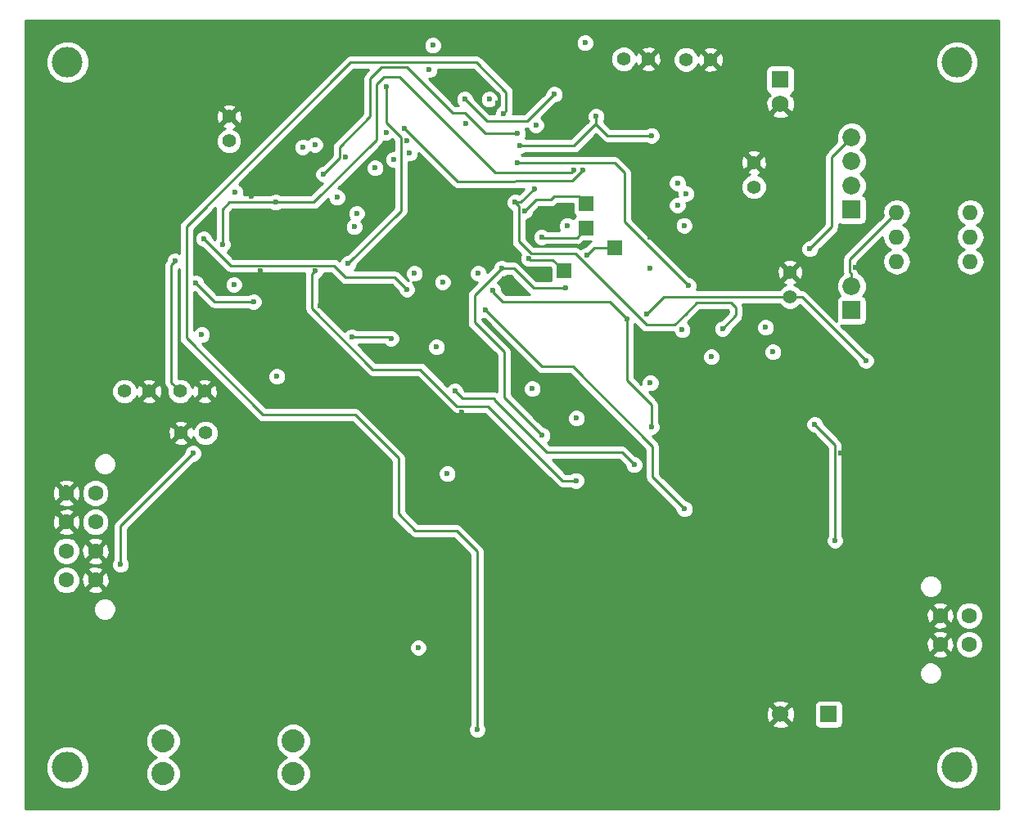
<source format=gbr>
G04 #@! TF.FileFunction,Copper,L4,Bot,Signal*
%FSLAX46Y46*%
G04 Gerber Fmt 4.6, Leading zero omitted, Abs format (unit mm)*
G04 Created by KiCad (PCBNEW (2016-05-27 BZR 6836, Git 4441a4b)-product) date 09/13/16 14:24:09*
%MOMM*%
%LPD*%
G01*
G04 APERTURE LIST*
%ADD10C,0.100000*%
%ADD11C,0.600000*%
%ADD12R,1.850000X1.850000*%
%ADD13C,1.850000*%
%ADD14C,3.175000*%
%ADD15C,2.387600*%
%ADD16C,1.700000*%
%ADD17R,1.700000X1.700000*%
%ADD18C,1.400000*%
%ADD19R,1.500000X1.500000*%
%ADD20R,1.750000X1.750000*%
%ADD21C,1.750000*%
%ADD22C,1.600000*%
%ADD23O,1.600000X1.600000*%
%ADD24C,0.250000*%
%ADD25C,0.254000*%
G04 APERTURE END LIST*
D10*
D11*
X97531000Y-108026000D03*
X97831000Y-73726000D03*
X98631000Y-98251000D03*
X117581000Y-67801000D03*
X125381000Y-82776000D03*
X152981000Y-75801000D03*
X146981000Y-83001000D03*
X143106000Y-89901000D03*
X124231000Y-85226000D03*
X97906000Y-85226000D03*
X104381000Y-68626000D03*
X102681000Y-78576000D03*
X103581000Y-93326000D03*
D12*
X178562000Y-82042000D03*
D13*
X178562000Y-79542000D03*
X178562000Y-77042000D03*
X178562000Y-74542000D03*
D11*
X164656000Y-72826000D03*
X164656000Y-71751000D03*
X164681000Y-70151000D03*
X164681000Y-69076000D03*
X186931000Y-103426000D03*
X183331000Y-103426000D03*
X186931000Y-104901000D03*
X185156000Y-101976000D03*
X183331000Y-104901000D03*
X164556000Y-82376000D03*
X147556000Y-67676000D03*
X127956000Y-70176000D03*
X126056000Y-69676000D03*
X123556000Y-91976000D03*
X117456000Y-88376000D03*
X117456000Y-86076000D03*
X114581000Y-94651000D03*
X112806000Y-94826000D03*
X122756000Y-96876000D03*
X125281000Y-98801000D03*
X127856000Y-98876000D03*
X131456000Y-97176000D03*
X138256000Y-102976000D03*
X140256000Y-103376000D03*
X140256000Y-104476000D03*
X133356000Y-102701000D03*
X135381000Y-102701000D03*
X134381000Y-102701000D03*
X97356000Y-110776000D03*
X95456000Y-109026000D03*
X95356000Y-112801000D03*
X100056000Y-123576000D03*
X100056000Y-130976000D03*
X100056000Y-128676000D03*
X100056000Y-126276000D03*
X116856000Y-82976000D03*
X117156000Y-84276000D03*
X122706000Y-107276000D03*
X115206000Y-131526000D03*
X111956000Y-131526000D03*
X115206000Y-129526000D03*
X112956000Y-131526000D03*
X114006000Y-131526000D03*
X115206000Y-130526000D03*
X159256000Y-75776000D03*
X158181000Y-75776000D03*
X160356000Y-82876000D03*
X159856000Y-84876000D03*
X158756000Y-84876000D03*
X157756000Y-84876000D03*
X176556000Y-89976000D03*
X178956000Y-87976000D03*
X177106000Y-88376000D03*
X169756000Y-72376000D03*
X172606000Y-72476000D03*
X171206000Y-72976000D03*
X169256000Y-71026000D03*
X173206000Y-71026000D03*
X168956000Y-101526000D03*
X167956000Y-100526000D03*
X168206000Y-102926000D03*
X165956000Y-100526000D03*
X167781000Y-106026000D03*
X180706000Y-105776000D03*
X179456000Y-104676000D03*
X178481000Y-104651000D03*
X177456000Y-104676000D03*
X173456000Y-104776000D03*
X172456000Y-104776000D03*
X171456000Y-104776000D03*
X170456000Y-104776000D03*
X169456000Y-104776000D03*
X168456000Y-104776000D03*
X168456000Y-107276000D03*
X169456000Y-107276000D03*
X170456000Y-107276000D03*
X171456000Y-107276000D03*
X172456000Y-107276000D03*
X173456000Y-107276000D03*
X175206000Y-107276000D03*
X177456000Y-107276000D03*
X178456000Y-107276000D03*
X179456000Y-107276000D03*
X169856000Y-132976000D03*
X172656000Y-132876000D03*
X172556000Y-135676000D03*
X169856000Y-135676000D03*
X171256000Y-136226000D03*
X171206000Y-132326000D03*
X169256000Y-134276000D03*
X173156000Y-134226000D03*
X172706000Y-125026000D03*
X171706000Y-125026000D03*
X170706000Y-125026000D03*
X169706000Y-125026000D03*
X168956000Y-124026000D03*
X168956000Y-123026000D03*
X169706000Y-122276000D03*
X170706000Y-122276000D03*
X171706000Y-122276000D03*
X172706000Y-122276000D03*
X135456000Y-120526000D03*
X136456000Y-120526000D03*
X137206000Y-116776000D03*
X137206000Y-119776000D03*
X137206000Y-118776000D03*
X137206000Y-117776000D03*
X112456000Y-109526000D03*
X112456000Y-108526000D03*
X113231000Y-107576000D03*
X114231000Y-107576000D03*
X115231000Y-107576000D03*
X116231000Y-107576000D03*
X117231000Y-107576000D03*
X118231000Y-107576000D03*
X119231000Y-107576000D03*
X119956000Y-108526000D03*
X119956000Y-109526000D03*
X134206000Y-130276000D03*
X134206000Y-131526000D03*
X134206000Y-132776000D03*
X134206000Y-134026000D03*
X133206000Y-134776000D03*
X131956000Y-134776000D03*
X130706000Y-134776000D03*
X129706000Y-134026000D03*
X129706000Y-132776000D03*
X129706000Y-131526000D03*
X129706000Y-130276000D03*
X122706000Y-130026000D03*
X122706000Y-131276000D03*
X122706000Y-132526000D03*
X122706000Y-133776000D03*
X118206000Y-133776000D03*
X118206000Y-132526000D03*
X118206000Y-131276000D03*
X118206000Y-130026000D03*
X122706000Y-109776000D03*
X122706000Y-108526000D03*
X122706000Y-106026000D03*
X123706000Y-105276000D03*
X124956000Y-105276000D03*
X126206000Y-105276000D03*
X127206000Y-106026000D03*
X127206000Y-107276000D03*
X127206000Y-108526000D03*
X127206000Y-109776000D03*
X119456000Y-90276000D03*
X117706000Y-90276000D03*
X116506000Y-80651000D03*
X116506000Y-78401000D03*
X116506000Y-79526000D03*
X116456000Y-74776000D03*
X116206000Y-73276000D03*
X116206000Y-71776000D03*
X117456000Y-71026000D03*
X118956000Y-71026000D03*
X120456000Y-70776000D03*
X94456000Y-143526000D03*
X96206000Y-143526000D03*
X98706000Y-143526000D03*
X101206000Y-143526000D03*
X103706000Y-143526000D03*
X106206000Y-143526000D03*
X108706000Y-143526000D03*
X111206000Y-143526000D03*
X113706000Y-143526000D03*
X116206000Y-143526000D03*
X118706000Y-143526000D03*
X121206000Y-143526000D03*
X123706000Y-143526000D03*
X126206000Y-143526000D03*
X128706000Y-143526000D03*
X131206000Y-143526000D03*
X133706000Y-143526000D03*
X136206000Y-143526000D03*
X138706000Y-143526000D03*
X141206000Y-143526000D03*
X143706000Y-143526000D03*
X146206000Y-143526000D03*
X93456000Y-142776000D03*
X93456000Y-140276000D03*
X93456000Y-137776000D03*
X93456000Y-135276000D03*
X93456000Y-132776000D03*
X93456000Y-130276000D03*
X93456000Y-127776000D03*
X93456000Y-125276000D03*
X93456000Y-122776000D03*
X93456000Y-120276000D03*
X93456000Y-117776000D03*
X93456000Y-115276000D03*
X93456000Y-112776000D03*
X93456000Y-110276000D03*
X93456000Y-107776000D03*
X93456000Y-105276000D03*
X93456000Y-102776000D03*
X93456000Y-100276000D03*
X93456000Y-97776000D03*
X93456000Y-95276000D03*
X93456000Y-92776000D03*
X93456000Y-90276000D03*
X93456000Y-87776000D03*
X93456000Y-85276000D03*
X93456000Y-82776000D03*
X93456000Y-80276000D03*
X93456000Y-77776000D03*
X93456000Y-75276000D03*
X93456000Y-72776000D03*
X93456000Y-70276000D03*
X93456000Y-67776000D03*
X93456000Y-65276000D03*
X93456000Y-62776000D03*
X95706000Y-62776000D03*
X98206000Y-62776000D03*
X100706000Y-62776000D03*
X103206000Y-62776000D03*
X105706000Y-62776000D03*
X108206000Y-62776000D03*
X110706000Y-62776000D03*
X113206000Y-62776000D03*
X115706000Y-62776000D03*
X118206000Y-62776000D03*
X120706000Y-62776000D03*
X123206000Y-62776000D03*
X125706000Y-62776000D03*
X128206000Y-62776000D03*
X130706000Y-62776000D03*
X133206000Y-62776000D03*
X135706000Y-62776000D03*
X138206000Y-62776000D03*
X140706000Y-62776000D03*
X143206000Y-62776000D03*
X145706000Y-62776000D03*
X148206000Y-62776000D03*
X150706000Y-62776000D03*
X153206000Y-62776000D03*
X155706000Y-62776000D03*
X158206000Y-62776000D03*
X160706000Y-62776000D03*
X163206000Y-62776000D03*
X165706000Y-62776000D03*
X168206000Y-62776000D03*
X170706000Y-62776000D03*
X173206000Y-62776000D03*
X175706000Y-62776000D03*
X178206000Y-62776000D03*
X180706000Y-62776000D03*
X183206000Y-62776000D03*
X185706000Y-62776000D03*
X188206000Y-62776000D03*
X190706000Y-62776000D03*
X193206000Y-63526000D03*
X193206000Y-66026000D03*
X193206000Y-68526000D03*
X193206000Y-71026000D03*
X193206000Y-73526000D03*
X193206000Y-76026000D03*
X193206000Y-78526000D03*
X193206000Y-81026000D03*
X193206000Y-83526000D03*
X193206000Y-86026000D03*
X193206000Y-88526000D03*
X193206000Y-91026000D03*
X193206000Y-93526000D03*
X193206000Y-96026000D03*
X193206000Y-98526000D03*
X193206000Y-101026000D03*
X193206000Y-103526000D03*
X193206000Y-106026000D03*
X193206000Y-108526000D03*
X193206000Y-111026000D03*
X193206000Y-113526000D03*
X193206000Y-116026000D03*
X193206000Y-118526000D03*
X193206000Y-121026000D03*
X193206000Y-123526000D03*
X193206000Y-126026000D03*
X193206000Y-128526000D03*
X193206000Y-131026000D03*
X193206000Y-133526000D03*
X193206000Y-136026000D03*
X193206000Y-138526000D03*
X193206000Y-141026000D03*
X193206000Y-143526000D03*
X191206000Y-143526000D03*
X188706000Y-143526000D03*
X186206000Y-143526000D03*
X183706000Y-143526000D03*
X181206000Y-143526000D03*
X178706000Y-143526000D03*
X176206000Y-143526000D03*
X173706000Y-143526000D03*
X171206000Y-143526000D03*
X168706000Y-143526000D03*
X166206000Y-143526000D03*
X163706000Y-143526000D03*
X158706000Y-143526000D03*
X161206000Y-143526000D03*
X156206000Y-143526000D03*
X153706000Y-143526000D03*
X151206000Y-143526000D03*
D14*
X189456000Y-139776000D03*
D15*
X107352000Y-140427000D03*
X120814000Y-140427000D03*
X120814000Y-137023400D03*
X107352000Y-137023400D03*
D16*
X171206000Y-134276000D03*
D17*
X176206000Y-134276000D03*
D18*
X109220000Y-105156000D03*
X111760000Y-105156000D03*
X114173000Y-74930000D03*
X114173000Y-72390000D03*
X103378000Y-100838000D03*
X105918000Y-100838000D03*
X109093000Y-100838000D03*
X111633000Y-100838000D03*
X161442400Y-66497200D03*
X163982400Y-66497200D03*
X154990800Y-66446400D03*
X157530800Y-66446400D03*
D19*
X151130000Y-81407000D03*
X151130000Y-83947000D03*
X154076400Y-86004400D03*
X148844000Y-88392000D03*
D18*
X168456000Y-79676000D03*
X168456000Y-77136000D03*
X172212000Y-91059000D03*
X172212000Y-88519000D03*
D20*
X171196000Y-68580000D03*
D21*
X171196000Y-71080000D03*
D12*
X178562000Y-92456000D03*
D13*
X178562000Y-89956000D03*
D14*
X97456000Y-139776000D03*
X97456000Y-66776000D03*
X189456000Y-66776000D03*
D11*
X148706000Y-143526000D03*
D22*
X97356000Y-120376000D03*
X97356000Y-117376000D03*
X97356000Y-114376000D03*
X97356000Y-111376000D03*
X100356000Y-120376000D03*
X100356000Y-117376000D03*
X100356000Y-114376000D03*
X100356000Y-111376000D03*
D23*
X190856000Y-87406000D03*
X190856000Y-84866000D03*
X190856000Y-82326000D03*
X183236000Y-82326000D03*
X183236000Y-84866000D03*
X183236000Y-87406000D03*
D22*
X190731000Y-124051000D03*
X190731000Y-127051000D03*
X187731000Y-124051000D03*
X187731000Y-127051000D03*
D11*
X175181000Y-95751000D03*
X174081000Y-95726000D03*
X109220000Y-128524000D03*
X107950000Y-117602000D03*
X109220000Y-117856000D03*
X141986000Y-70993000D03*
X137160000Y-96012000D03*
X138811000Y-94742000D03*
X138303000Y-90170000D03*
X126238000Y-76581000D03*
X138684000Y-73152000D03*
X113504487Y-85641332D03*
X160556000Y-79276000D03*
X133756000Y-127376000D03*
X108585000Y-87376000D03*
X149809200Y-77978000D03*
X118999000Y-81280000D03*
X145542000Y-100584000D03*
X129286000Y-77724000D03*
X135636000Y-96266000D03*
X144018000Y-74168000D03*
X123952000Y-78359000D03*
X134874000Y-67564000D03*
X145923000Y-73279000D03*
X126492000Y-87630000D03*
X130429000Y-69342000D03*
X146558000Y-105410000D03*
X148971000Y-90170000D03*
X142367000Y-88138000D03*
X157861000Y-104521000D03*
X141478000Y-90424000D03*
X155321000Y-93345000D03*
X157734000Y-88138000D03*
X139954000Y-88646000D03*
X126873000Y-95250000D03*
X130937000Y-95377000D03*
X136756000Y-109376000D03*
X161456000Y-80376000D03*
X141097000Y-70612000D03*
X133350000Y-88646000D03*
X121793000Y-75565000D03*
X125349000Y-80772000D03*
X132588000Y-74930000D03*
X151003000Y-64770000D03*
X145756000Y-79876000D03*
X164056000Y-97276000D03*
X160556000Y-81576000D03*
X143764000Y-81280000D03*
X165227000Y-94361000D03*
X149156000Y-83676000D03*
X174756000Y-104276000D03*
X176856000Y-116276000D03*
X157886400Y-74371200D03*
X152146000Y-72390000D03*
X144272000Y-75438000D03*
X150756000Y-77976000D03*
X132334000Y-73660000D03*
X102956000Y-118776000D03*
X110456000Y-107276000D03*
X142556000Y-72076000D03*
X139856000Y-135876000D03*
X123056000Y-88376009D03*
X150056000Y-110076000D03*
X150114000Y-103632000D03*
X136271000Y-89535000D03*
X140716000Y-92456000D03*
X161290000Y-113030000D03*
X156083000Y-108458000D03*
X137541000Y-100838000D03*
X157756000Y-99976000D03*
X111356000Y-94976000D03*
X123063000Y-75311000D03*
X161671000Y-89916000D03*
X144018000Y-77216000D03*
X127127000Y-83820000D03*
X130429000Y-74041000D03*
X114808000Y-80264000D03*
X114681000Y-89789000D03*
X119126000Y-99314000D03*
X131191000Y-76835000D03*
X135255000Y-65024000D03*
X116713000Y-91567000D03*
X110744000Y-89662000D03*
X145186400Y-87122000D03*
X151180800Y-86766400D03*
X146507200Y-84886800D03*
X144780000Y-82169000D03*
X161256000Y-83676000D03*
X161056000Y-94476000D03*
X180056000Y-97676000D03*
X157353000Y-92837000D03*
X169672000Y-94234000D03*
X170434000Y-96774000D03*
X127381000Y-82423000D03*
X147828000Y-70104000D03*
X138557000Y-70612000D03*
X132842000Y-76200000D03*
X174244000Y-86106000D03*
X111556000Y-85051000D03*
X132581000Y-90301000D03*
D24*
X113504487Y-85217068D02*
X113504487Y-85641332D01*
X118999000Y-81280000D02*
X114214772Y-81280000D01*
X114214772Y-81280000D02*
X113504487Y-81990285D01*
X113504487Y-81990285D02*
X113504487Y-85217068D01*
X108204000Y-99949000D02*
X109093000Y-100838000D01*
X108204000Y-87757000D02*
X108204000Y-99949000D01*
X108585000Y-87376000D02*
X108204000Y-87757000D01*
X129413000Y-74803000D02*
X122936000Y-81280000D01*
X149809200Y-77978000D02*
X149555200Y-78232000D01*
X149555200Y-78232000D02*
X146558000Y-78232000D01*
X122936000Y-81280000D02*
X118999000Y-81280000D01*
X146558000Y-78232000D02*
X141732000Y-78232000D01*
X141732000Y-78232000D02*
X131826000Y-68326000D01*
X131826000Y-68326000D02*
X130175000Y-68326000D01*
X130175000Y-68326000D02*
X129413000Y-69088000D01*
X129413000Y-69088000D02*
X129413000Y-74803000D01*
X140716000Y-74168000D02*
X144018000Y-74168000D01*
X138557000Y-72009000D02*
X140716000Y-74168000D01*
X137287000Y-72009000D02*
X138557000Y-72009000D01*
X132588000Y-67310000D02*
X137287000Y-72009000D01*
X129921000Y-67310000D02*
X132588000Y-67310000D01*
X128778000Y-68453000D02*
X129921000Y-67310000D01*
X128778000Y-72390000D02*
X128778000Y-68453000D01*
X125603000Y-75565000D02*
X128778000Y-72390000D01*
X125603000Y-76708000D02*
X125603000Y-75565000D01*
X123952000Y-78359000D02*
X125603000Y-76708000D01*
X131953000Y-82169000D02*
X126492000Y-87630000D01*
X131953000Y-74549000D02*
X131953000Y-82169000D01*
X130429000Y-73025000D02*
X131953000Y-74549000D01*
X130429000Y-69342000D02*
X130429000Y-73025000D01*
X142367000Y-88138000D02*
X143637000Y-88138000D01*
X145669000Y-90170000D02*
X148971000Y-90170000D01*
X143637000Y-88138000D02*
X145669000Y-90170000D01*
X142367000Y-88138000D02*
X139573000Y-90932000D01*
X142621000Y-101473000D02*
X146558000Y-105410000D01*
X142621000Y-96774000D02*
X142621000Y-101473000D01*
X139573000Y-93726000D02*
X142621000Y-96774000D01*
X139573000Y-90932000D02*
X139573000Y-93726000D01*
X148971000Y-90170000D02*
X148844000Y-90043000D01*
X155321000Y-93345000D02*
X155321000Y-99695000D01*
X157861000Y-102235000D02*
X157861000Y-104521000D01*
X155321000Y-99695000D02*
X157861000Y-102235000D01*
X141478000Y-90424000D02*
X141478000Y-90551000D01*
X153543000Y-91567000D02*
X155321000Y-93345000D01*
X142494000Y-91567000D02*
X153543000Y-91567000D01*
X141478000Y-90551000D02*
X142494000Y-91567000D01*
X130810000Y-95250000D02*
X126873000Y-95250000D01*
X130937000Y-95377000D02*
X130810000Y-95250000D01*
X143764000Y-81280000D02*
X144352000Y-81280000D01*
X144352000Y-81280000D02*
X145756000Y-79876000D01*
X161417000Y-92837000D02*
X162560000Y-91694000D01*
X143764000Y-81280000D02*
X144145000Y-81661000D01*
X144145000Y-81661000D02*
X144145000Y-85344000D01*
X144145000Y-85344000D02*
X145415000Y-86614000D01*
X145415000Y-86614000D02*
X149987000Y-86614000D01*
X149987000Y-86614000D02*
X156337000Y-92964000D01*
X156337000Y-92964000D02*
X157353000Y-93980000D01*
X157353000Y-93980000D02*
X160274000Y-93980000D01*
X160274000Y-93980000D02*
X161417000Y-92837000D01*
X166624000Y-92964000D02*
X165227000Y-94361000D01*
X166624000Y-92202000D02*
X166624000Y-92964000D01*
X166116000Y-91694000D02*
X166624000Y-92202000D01*
X162560000Y-91694000D02*
X166116000Y-91694000D01*
X176856000Y-106376000D02*
X176856000Y-116276000D01*
X174756000Y-104276000D02*
X176856000Y-106376000D01*
X152146000Y-72390000D02*
X152146000Y-73202800D01*
X153314400Y-74371200D02*
X157886400Y-74371200D01*
X152146000Y-73202800D02*
X153314400Y-74371200D01*
X152146000Y-73152000D02*
X152146000Y-72390000D01*
X149860000Y-75438000D02*
X152146000Y-73152000D01*
X144272000Y-75438000D02*
X149860000Y-75438000D01*
X152146000Y-72390000D02*
X152019000Y-72263000D01*
X149656352Y-79075648D02*
X149656352Y-79081348D01*
X150756000Y-77976000D02*
X149656352Y-79075648D01*
X137795000Y-79121000D02*
X149656352Y-79081348D01*
X132334000Y-73660000D02*
X137795000Y-79121000D01*
X102956000Y-114776000D02*
X102956000Y-118776000D01*
X110456000Y-107276000D02*
X102956000Y-114776000D01*
X109756000Y-94476000D02*
X109756000Y-95326000D01*
X142556000Y-72076000D02*
X142856000Y-71776000D01*
X142856000Y-71776000D02*
X142856000Y-69876000D01*
X142856000Y-69876000D02*
X139756000Y-66776000D01*
X139756000Y-66776000D02*
X126756000Y-66776000D01*
X126756000Y-66776000D02*
X109756000Y-83776000D01*
X109756000Y-83776000D02*
X109756000Y-94476000D01*
X139856000Y-124576000D02*
X139856000Y-135876000D01*
X139856000Y-117426000D02*
X139856000Y-124576000D01*
X137706000Y-115276000D02*
X139856000Y-117426000D01*
X133456000Y-115276000D02*
X137706000Y-115276000D01*
X131706000Y-113526000D02*
X133456000Y-115276000D01*
X131706000Y-107776000D02*
X131706000Y-113526000D01*
X127206000Y-103276000D02*
X131706000Y-107776000D01*
X117706000Y-103276000D02*
X127206000Y-103276000D01*
X109756000Y-95326000D02*
X117706000Y-103276000D01*
X122756001Y-92276001D02*
X122756001Y-88676008D01*
X129056000Y-98576000D02*
X122756001Y-92276001D01*
X148656000Y-110076000D02*
X140956000Y-102376000D01*
X133956000Y-98576000D02*
X129056000Y-98576000D01*
X137756000Y-102376000D02*
X133956000Y-98576000D01*
X150056000Y-110076000D02*
X148656000Y-110076000D01*
X140956000Y-102376000D02*
X137756000Y-102376000D01*
X122756001Y-88676008D02*
X123056000Y-88376009D01*
X146558000Y-98298000D02*
X140716000Y-92456000D01*
X149733000Y-98298000D02*
X146558000Y-98298000D01*
X157988000Y-106553000D02*
X149733000Y-98298000D01*
X157988000Y-109728000D02*
X157988000Y-106553000D01*
X161290000Y-113030000D02*
X157988000Y-109728000D01*
X141605000Y-101600000D02*
X141605000Y-101727000D01*
X138303000Y-101600000D02*
X141605000Y-101600000D01*
X137541000Y-100838000D02*
X138303000Y-101600000D01*
X154813000Y-107188000D02*
X156083000Y-108458000D01*
X147066000Y-107188000D02*
X154813000Y-107188000D01*
X141605000Y-101727000D02*
X147066000Y-107188000D01*
X161671000Y-89916000D02*
X155067000Y-83312000D01*
X155067000Y-83312000D02*
X155067000Y-78232000D01*
X155067000Y-78232000D02*
X154051000Y-77216000D01*
X154051000Y-77216000D02*
X144018000Y-77216000D01*
X112649000Y-91567000D02*
X116713000Y-91567000D01*
X110744000Y-89662000D02*
X112649000Y-91567000D01*
X147675600Y-87223600D02*
X148844000Y-88392000D01*
X145288000Y-87223600D02*
X147675600Y-87223600D01*
X145186400Y-87122000D02*
X145288000Y-87223600D01*
X151180800Y-86766400D02*
X151942800Y-86004400D01*
X154076400Y-86004400D02*
X151942800Y-86004400D01*
X146545300Y-84924900D02*
X150152100Y-84924900D01*
X146507200Y-84886800D02*
X146545300Y-84924900D01*
X150139400Y-84937600D02*
X150152100Y-84924900D01*
X150152100Y-84924900D02*
X151130000Y-83947000D01*
X150368000Y-80645000D02*
X151130000Y-81407000D01*
X147828000Y-80645000D02*
X150368000Y-80645000D01*
X147447000Y-81026000D02*
X147828000Y-80645000D01*
X145923000Y-81026000D02*
X147447000Y-81026000D01*
X144780000Y-82169000D02*
X145923000Y-81026000D01*
X172212000Y-91059000D02*
X173439000Y-91059000D01*
X173439000Y-91059000D02*
X180056000Y-97676000D01*
X159131000Y-91059000D02*
X172212000Y-91059000D01*
X157353000Y-92837000D02*
X159131000Y-91059000D01*
X140843000Y-72898000D02*
X138557000Y-70612000D01*
X145034000Y-72898000D02*
X140843000Y-72898000D01*
X147828000Y-70104000D02*
X145034000Y-72898000D01*
X176530000Y-76574000D02*
X178562000Y-74542000D01*
X176530000Y-83820000D02*
X176530000Y-76574000D01*
X174244000Y-86106000D02*
X176530000Y-83820000D01*
X183236000Y-82326000D02*
X178407199Y-87154801D01*
X178407199Y-87154801D02*
X178407199Y-88493052D01*
X178407199Y-88493052D02*
X178562000Y-88647853D01*
X178562000Y-88647853D02*
X178562000Y-89956000D01*
X114332199Y-87827199D02*
X111556000Y-85051000D01*
X126256000Y-89051000D02*
X125032199Y-87827199D01*
X125032199Y-87827199D02*
X114332199Y-87827199D01*
X131331000Y-89051000D02*
X126256000Y-89051000D01*
X132581000Y-90301000D02*
X131331000Y-89051000D01*
D25*
G36*
X193771000Y-144091000D02*
X93141000Y-144091000D01*
X93141000Y-140216143D01*
X95233115Y-140216143D01*
X95570758Y-141033300D01*
X96195411Y-141659045D01*
X97011978Y-141998113D01*
X97896143Y-141998885D01*
X98713300Y-141661242D01*
X99339045Y-141036589D01*
X99678113Y-140220022D01*
X99678885Y-139335857D01*
X99341242Y-138518700D01*
X98716589Y-137892955D01*
X97900022Y-137553887D01*
X97015857Y-137553115D01*
X96198700Y-137890758D01*
X95572955Y-138515411D01*
X95233887Y-139331978D01*
X95233115Y-140216143D01*
X93141000Y-140216143D01*
X93141000Y-137385575D01*
X105522884Y-137385575D01*
X105800715Y-138057978D01*
X106314716Y-138572877D01*
X106681623Y-138725230D01*
X106317422Y-138875715D01*
X105802523Y-139389716D01*
X105523518Y-140061633D01*
X105522884Y-140789175D01*
X105800715Y-141461578D01*
X106314716Y-141976477D01*
X106986633Y-142255482D01*
X107714175Y-142256116D01*
X108386578Y-141978285D01*
X108901477Y-141464284D01*
X109180482Y-140792367D01*
X109181116Y-140064825D01*
X108903285Y-139392422D01*
X108389284Y-138877523D01*
X108022377Y-138725170D01*
X108386578Y-138574685D01*
X108901477Y-138060684D01*
X109180482Y-137388767D01*
X109180484Y-137385575D01*
X118984884Y-137385575D01*
X119262715Y-138057978D01*
X119776716Y-138572877D01*
X120143623Y-138725230D01*
X119779422Y-138875715D01*
X119264523Y-139389716D01*
X118985518Y-140061633D01*
X118984884Y-140789175D01*
X119262715Y-141461578D01*
X119776716Y-141976477D01*
X120448633Y-142255482D01*
X121176175Y-142256116D01*
X121848578Y-141978285D01*
X122363477Y-141464284D01*
X122642482Y-140792367D01*
X122642984Y-140216143D01*
X187233115Y-140216143D01*
X187570758Y-141033300D01*
X188195411Y-141659045D01*
X189011978Y-141998113D01*
X189896143Y-141998885D01*
X190713300Y-141661242D01*
X191339045Y-141036589D01*
X191678113Y-140220022D01*
X191678885Y-139335857D01*
X191341242Y-138518700D01*
X190716589Y-137892955D01*
X189900022Y-137553887D01*
X189015857Y-137553115D01*
X188198700Y-137890758D01*
X187572955Y-138515411D01*
X187233887Y-139331978D01*
X187233115Y-140216143D01*
X122642984Y-140216143D01*
X122643116Y-140064825D01*
X122365285Y-139392422D01*
X121851284Y-138877523D01*
X121484377Y-138725170D01*
X121848578Y-138574685D01*
X122363477Y-138060684D01*
X122642482Y-137388767D01*
X122643116Y-136661225D01*
X122365285Y-135988822D01*
X121851284Y-135473923D01*
X121179367Y-135194918D01*
X120451825Y-135194284D01*
X119779422Y-135472115D01*
X119264523Y-135986116D01*
X118985518Y-136658033D01*
X118984884Y-137385575D01*
X109180484Y-137385575D01*
X109181116Y-136661225D01*
X108903285Y-135988822D01*
X108389284Y-135473923D01*
X107717367Y-135194918D01*
X106989825Y-135194284D01*
X106317422Y-135472115D01*
X105802523Y-135986116D01*
X105523518Y-136658033D01*
X105522884Y-137385575D01*
X93141000Y-137385575D01*
X93141000Y-127561167D01*
X132820838Y-127561167D01*
X132962883Y-127904943D01*
X133225673Y-128168192D01*
X133569201Y-128310838D01*
X133941167Y-128311162D01*
X134284943Y-128169117D01*
X134548192Y-127906327D01*
X134690838Y-127562799D01*
X134691162Y-127190833D01*
X134549117Y-126847057D01*
X134286327Y-126583808D01*
X133942799Y-126441162D01*
X133570833Y-126440838D01*
X133227057Y-126582883D01*
X132963808Y-126845673D01*
X132821162Y-127189201D01*
X132820838Y-127561167D01*
X93141000Y-127561167D01*
X93141000Y-123610677D01*
X100110794Y-123610677D01*
X100290820Y-124046372D01*
X100623875Y-124380009D01*
X101059255Y-124560794D01*
X101530677Y-124561206D01*
X101966372Y-124381180D01*
X102300009Y-124048125D01*
X102480794Y-123612745D01*
X102481206Y-123141323D01*
X102301180Y-122705628D01*
X101968125Y-122371991D01*
X101532745Y-122191206D01*
X101061323Y-122190794D01*
X100625628Y-122370820D01*
X100291991Y-122703875D01*
X100111206Y-123139255D01*
X100110794Y-123610677D01*
X93141000Y-123610677D01*
X93141000Y-120660187D01*
X95920752Y-120660187D01*
X96138757Y-121187800D01*
X96542077Y-121591824D01*
X97069309Y-121810750D01*
X97640187Y-121811248D01*
X98167800Y-121593243D01*
X98377663Y-121383745D01*
X99527861Y-121383745D01*
X99601995Y-121629864D01*
X100139223Y-121822965D01*
X100709454Y-121795778D01*
X101110005Y-121629864D01*
X101184139Y-121383745D01*
X100356000Y-120555605D01*
X99527861Y-121383745D01*
X98377663Y-121383745D01*
X98571824Y-121189923D01*
X98790750Y-120662691D01*
X98791189Y-120159223D01*
X98909035Y-120159223D01*
X98936222Y-120729454D01*
X99102136Y-121130005D01*
X99348255Y-121204139D01*
X100176395Y-120376000D01*
X100535605Y-120376000D01*
X101363745Y-121204139D01*
X101609864Y-121130005D01*
X101802965Y-120592777D01*
X101775778Y-120022546D01*
X101609864Y-119621995D01*
X101363745Y-119547861D01*
X100535605Y-120376000D01*
X100176395Y-120376000D01*
X99348255Y-119547861D01*
X99102136Y-119621995D01*
X98909035Y-120159223D01*
X98791189Y-120159223D01*
X98791248Y-120091813D01*
X98573243Y-119564200D01*
X98377640Y-119368255D01*
X99527861Y-119368255D01*
X100356000Y-120196395D01*
X101184139Y-119368255D01*
X101110005Y-119122136D01*
X100662172Y-118961167D01*
X102020838Y-118961167D01*
X102162883Y-119304943D01*
X102425673Y-119568192D01*
X102769201Y-119710838D01*
X103141167Y-119711162D01*
X103484943Y-119569117D01*
X103748192Y-119306327D01*
X103890838Y-118962799D01*
X103891162Y-118590833D01*
X103749117Y-118247057D01*
X103716000Y-118213882D01*
X103716000Y-115090802D01*
X110595680Y-108211122D01*
X110641167Y-108211162D01*
X110984943Y-108069117D01*
X111248192Y-107806327D01*
X111390838Y-107462799D01*
X111391162Y-107090833D01*
X111249117Y-106747057D01*
X110986327Y-106483808D01*
X110642799Y-106341162D01*
X110270833Y-106340838D01*
X109927057Y-106482883D01*
X109663808Y-106745673D01*
X109521162Y-107089201D01*
X109521121Y-107136077D01*
X102418599Y-114238599D01*
X102253852Y-114485161D01*
X102196000Y-114776000D01*
X102196000Y-118213537D01*
X102163808Y-118245673D01*
X102021162Y-118589201D01*
X102020838Y-118961167D01*
X100662172Y-118961167D01*
X100572777Y-118929035D01*
X100002546Y-118956222D01*
X99601995Y-119122136D01*
X99527861Y-119368255D01*
X98377640Y-119368255D01*
X98169923Y-119160176D01*
X97642691Y-118941250D01*
X97071813Y-118940752D01*
X96544200Y-119158757D01*
X96140176Y-119562077D01*
X95921250Y-120089309D01*
X95920752Y-120660187D01*
X93141000Y-120660187D01*
X93141000Y-117660187D01*
X95920752Y-117660187D01*
X96138757Y-118187800D01*
X96542077Y-118591824D01*
X97069309Y-118810750D01*
X97640187Y-118811248D01*
X98167800Y-118593243D01*
X98377663Y-118383745D01*
X99527861Y-118383745D01*
X99601995Y-118629864D01*
X100139223Y-118822965D01*
X100709454Y-118795778D01*
X101110005Y-118629864D01*
X101184139Y-118383745D01*
X100356000Y-117555605D01*
X99527861Y-118383745D01*
X98377663Y-118383745D01*
X98571824Y-118189923D01*
X98790750Y-117662691D01*
X98791189Y-117159223D01*
X98909035Y-117159223D01*
X98936222Y-117729454D01*
X99102136Y-118130005D01*
X99348255Y-118204139D01*
X100176395Y-117376000D01*
X100535605Y-117376000D01*
X101363745Y-118204139D01*
X101609864Y-118130005D01*
X101802965Y-117592777D01*
X101775778Y-117022546D01*
X101609864Y-116621995D01*
X101363745Y-116547861D01*
X100535605Y-117376000D01*
X100176395Y-117376000D01*
X99348255Y-116547861D01*
X99102136Y-116621995D01*
X98909035Y-117159223D01*
X98791189Y-117159223D01*
X98791248Y-117091813D01*
X98573243Y-116564200D01*
X98377640Y-116368255D01*
X99527861Y-116368255D01*
X100356000Y-117196395D01*
X101184139Y-116368255D01*
X101110005Y-116122136D01*
X100572777Y-115929035D01*
X100002546Y-115956222D01*
X99601995Y-116122136D01*
X99527861Y-116368255D01*
X98377640Y-116368255D01*
X98169923Y-116160176D01*
X97642691Y-115941250D01*
X97071813Y-115940752D01*
X96544200Y-116158757D01*
X96140176Y-116562077D01*
X95921250Y-117089309D01*
X95920752Y-117660187D01*
X93141000Y-117660187D01*
X93141000Y-115383745D01*
X96527861Y-115383745D01*
X96601995Y-115629864D01*
X97139223Y-115822965D01*
X97709454Y-115795778D01*
X98110005Y-115629864D01*
X98184139Y-115383745D01*
X97356000Y-114555605D01*
X96527861Y-115383745D01*
X93141000Y-115383745D01*
X93141000Y-114159223D01*
X95909035Y-114159223D01*
X95936222Y-114729454D01*
X96102136Y-115130005D01*
X96348255Y-115204139D01*
X97176395Y-114376000D01*
X97535605Y-114376000D01*
X98363745Y-115204139D01*
X98609864Y-115130005D01*
X98778735Y-114660187D01*
X98920752Y-114660187D01*
X99138757Y-115187800D01*
X99542077Y-115591824D01*
X100069309Y-115810750D01*
X100640187Y-115811248D01*
X101167800Y-115593243D01*
X101571824Y-115189923D01*
X101790750Y-114662691D01*
X101791248Y-114091813D01*
X101573243Y-113564200D01*
X101169923Y-113160176D01*
X100642691Y-112941250D01*
X100071813Y-112940752D01*
X99544200Y-113158757D01*
X99140176Y-113562077D01*
X98921250Y-114089309D01*
X98920752Y-114660187D01*
X98778735Y-114660187D01*
X98802965Y-114592777D01*
X98775778Y-114022546D01*
X98609864Y-113621995D01*
X98363745Y-113547861D01*
X97535605Y-114376000D01*
X97176395Y-114376000D01*
X96348255Y-113547861D01*
X96102136Y-113621995D01*
X95909035Y-114159223D01*
X93141000Y-114159223D01*
X93141000Y-113368255D01*
X96527861Y-113368255D01*
X97356000Y-114196395D01*
X98184139Y-113368255D01*
X98110005Y-113122136D01*
X97572777Y-112929035D01*
X97002546Y-112956222D01*
X96601995Y-113122136D01*
X96527861Y-113368255D01*
X93141000Y-113368255D01*
X93141000Y-112383745D01*
X96527861Y-112383745D01*
X96601995Y-112629864D01*
X97139223Y-112822965D01*
X97709454Y-112795778D01*
X98110005Y-112629864D01*
X98184139Y-112383745D01*
X97356000Y-111555605D01*
X96527861Y-112383745D01*
X93141000Y-112383745D01*
X93141000Y-111159223D01*
X95909035Y-111159223D01*
X95936222Y-111729454D01*
X96102136Y-112130005D01*
X96348255Y-112204139D01*
X97176395Y-111376000D01*
X97535605Y-111376000D01*
X98363745Y-112204139D01*
X98609864Y-112130005D01*
X98778735Y-111660187D01*
X98920752Y-111660187D01*
X99138757Y-112187800D01*
X99542077Y-112591824D01*
X100069309Y-112810750D01*
X100640187Y-112811248D01*
X101167800Y-112593243D01*
X101571824Y-112189923D01*
X101790750Y-111662691D01*
X101791248Y-111091813D01*
X101573243Y-110564200D01*
X101169923Y-110160176D01*
X100642691Y-109941250D01*
X100071813Y-109940752D01*
X99544200Y-110158757D01*
X99140176Y-110562077D01*
X98921250Y-111089309D01*
X98920752Y-111660187D01*
X98778735Y-111660187D01*
X98802965Y-111592777D01*
X98775778Y-111022546D01*
X98609864Y-110621995D01*
X98363745Y-110547861D01*
X97535605Y-111376000D01*
X97176395Y-111376000D01*
X96348255Y-110547861D01*
X96102136Y-110621995D01*
X95909035Y-111159223D01*
X93141000Y-111159223D01*
X93141000Y-110368255D01*
X96527861Y-110368255D01*
X97356000Y-111196395D01*
X98184139Y-110368255D01*
X98110005Y-110122136D01*
X97572777Y-109929035D01*
X97002546Y-109956222D01*
X96601995Y-110122136D01*
X96527861Y-110368255D01*
X93141000Y-110368255D01*
X93141000Y-108610677D01*
X100170794Y-108610677D01*
X100350820Y-109046372D01*
X100683875Y-109380009D01*
X101119255Y-109560794D01*
X101590677Y-109561206D01*
X102026372Y-109381180D01*
X102360009Y-109048125D01*
X102540794Y-108612745D01*
X102541206Y-108141323D01*
X102361180Y-107705628D01*
X102028125Y-107371991D01*
X101592745Y-107191206D01*
X101121323Y-107190794D01*
X100685628Y-107370820D01*
X100351991Y-107703875D01*
X100171206Y-108139255D01*
X100170794Y-108610677D01*
X93141000Y-108610677D01*
X93141000Y-106091275D01*
X108464331Y-106091275D01*
X108526169Y-106327042D01*
X109027122Y-106503419D01*
X109557440Y-106474664D01*
X109913831Y-106327042D01*
X109975669Y-106091275D01*
X109220000Y-105335605D01*
X108464331Y-106091275D01*
X93141000Y-106091275D01*
X93141000Y-104963122D01*
X107872581Y-104963122D01*
X107901336Y-105493440D01*
X108048958Y-105849831D01*
X108284725Y-105911669D01*
X109040395Y-105156000D01*
X109399605Y-105156000D01*
X110155275Y-105911669D01*
X110391042Y-105849831D01*
X110488196Y-105573889D01*
X110627582Y-105911229D01*
X111002796Y-106287098D01*
X111493287Y-106490768D01*
X112024383Y-106491231D01*
X112515229Y-106288418D01*
X112891098Y-105913204D01*
X113094768Y-105422713D01*
X113095231Y-104891617D01*
X112892418Y-104400771D01*
X112517204Y-104024902D01*
X112026713Y-103821232D01*
X111495617Y-103820769D01*
X111004771Y-104023582D01*
X110628902Y-104398796D01*
X110496684Y-104717212D01*
X110391042Y-104462169D01*
X110155275Y-104400331D01*
X109399605Y-105156000D01*
X109040395Y-105156000D01*
X108284725Y-104400331D01*
X108048958Y-104462169D01*
X107872581Y-104963122D01*
X93141000Y-104963122D01*
X93141000Y-104220725D01*
X108464331Y-104220725D01*
X109220000Y-104976395D01*
X109975669Y-104220725D01*
X109913831Y-103984958D01*
X109412878Y-103808581D01*
X108882560Y-103837336D01*
X108526169Y-103984958D01*
X108464331Y-104220725D01*
X93141000Y-104220725D01*
X93141000Y-101102383D01*
X102042769Y-101102383D01*
X102245582Y-101593229D01*
X102620796Y-101969098D01*
X103111287Y-102172768D01*
X103642383Y-102173231D01*
X104133229Y-101970418D01*
X104330716Y-101773275D01*
X105162331Y-101773275D01*
X105224169Y-102009042D01*
X105725122Y-102185419D01*
X106255440Y-102156664D01*
X106611831Y-102009042D01*
X106673669Y-101773275D01*
X105918000Y-101017605D01*
X105162331Y-101773275D01*
X104330716Y-101773275D01*
X104509098Y-101595204D01*
X104641316Y-101276788D01*
X104746958Y-101531831D01*
X104982725Y-101593669D01*
X105738395Y-100838000D01*
X106097605Y-100838000D01*
X106853275Y-101593669D01*
X107089042Y-101531831D01*
X107265419Y-101030878D01*
X107236664Y-100500560D01*
X107089042Y-100144169D01*
X106853275Y-100082331D01*
X106097605Y-100838000D01*
X105738395Y-100838000D01*
X104982725Y-100082331D01*
X104746958Y-100144169D01*
X104649804Y-100420111D01*
X104510418Y-100082771D01*
X104330686Y-99902725D01*
X105162331Y-99902725D01*
X105918000Y-100658395D01*
X106673669Y-99902725D01*
X106611831Y-99666958D01*
X106110878Y-99490581D01*
X105580560Y-99519336D01*
X105224169Y-99666958D01*
X105162331Y-99902725D01*
X104330686Y-99902725D01*
X104135204Y-99706902D01*
X103644713Y-99503232D01*
X103113617Y-99502769D01*
X102622771Y-99705582D01*
X102246902Y-100080796D01*
X102043232Y-100571287D01*
X102042769Y-101102383D01*
X93141000Y-101102383D01*
X93141000Y-87757000D01*
X107444000Y-87757000D01*
X107444000Y-99949000D01*
X107501852Y-100239839D01*
X107666599Y-100486401D01*
X107758226Y-100578028D01*
X107757769Y-101102383D01*
X107960582Y-101593229D01*
X108335796Y-101969098D01*
X108826287Y-102172768D01*
X109357383Y-102173231D01*
X109848229Y-101970418D01*
X110045716Y-101773275D01*
X110877331Y-101773275D01*
X110939169Y-102009042D01*
X111440122Y-102185419D01*
X111970440Y-102156664D01*
X112326831Y-102009042D01*
X112388669Y-101773275D01*
X111633000Y-101017605D01*
X110877331Y-101773275D01*
X110045716Y-101773275D01*
X110224098Y-101595204D01*
X110356316Y-101276788D01*
X110461958Y-101531831D01*
X110697725Y-101593669D01*
X111453395Y-100838000D01*
X111812605Y-100838000D01*
X112568275Y-101593669D01*
X112804042Y-101531831D01*
X112980419Y-101030878D01*
X112951664Y-100500560D01*
X112804042Y-100144169D01*
X112568275Y-100082331D01*
X111812605Y-100838000D01*
X111453395Y-100838000D01*
X110697725Y-100082331D01*
X110461958Y-100144169D01*
X110364804Y-100420111D01*
X110225418Y-100082771D01*
X110045686Y-99902725D01*
X110877331Y-99902725D01*
X111633000Y-100658395D01*
X112388669Y-99902725D01*
X112326831Y-99666958D01*
X111825878Y-99490581D01*
X111295560Y-99519336D01*
X110939169Y-99666958D01*
X110877331Y-99902725D01*
X110045686Y-99902725D01*
X109850204Y-99706902D01*
X109359713Y-99503232D01*
X108964000Y-99502887D01*
X108964000Y-88231072D01*
X108996000Y-88217850D01*
X108996000Y-95326000D01*
X109053852Y-95616839D01*
X109218599Y-95863401D01*
X117168599Y-103813401D01*
X117415161Y-103978148D01*
X117706000Y-104036000D01*
X126891198Y-104036000D01*
X130946000Y-108090802D01*
X130946000Y-113526000D01*
X131003852Y-113816839D01*
X131168599Y-114063401D01*
X132918599Y-115813401D01*
X133165161Y-115978148D01*
X133456000Y-116036000D01*
X137391198Y-116036000D01*
X139096000Y-117740802D01*
X139096000Y-135313537D01*
X139063808Y-135345673D01*
X138921162Y-135689201D01*
X138920838Y-136061167D01*
X139062883Y-136404943D01*
X139325673Y-136668192D01*
X139669201Y-136810838D01*
X140041167Y-136811162D01*
X140384943Y-136669117D01*
X140648192Y-136406327D01*
X140790838Y-136062799D01*
X140791162Y-135690833D01*
X140649117Y-135347057D01*
X140622066Y-135319958D01*
X170341647Y-135319958D01*
X170421920Y-135571259D01*
X170977279Y-135772718D01*
X171567458Y-135746315D01*
X171990080Y-135571259D01*
X172070353Y-135319958D01*
X171206000Y-134455605D01*
X170341647Y-135319958D01*
X140622066Y-135319958D01*
X140616000Y-135313882D01*
X140616000Y-134047279D01*
X169709282Y-134047279D01*
X169735685Y-134637458D01*
X169910741Y-135060080D01*
X170162042Y-135140353D01*
X171026395Y-134276000D01*
X171385605Y-134276000D01*
X172249958Y-135140353D01*
X172501259Y-135060080D01*
X172702718Y-134504721D01*
X172676315Y-133914542D01*
X172501259Y-133491920D01*
X172294892Y-133426000D01*
X174708560Y-133426000D01*
X174708560Y-135126000D01*
X174757843Y-135373765D01*
X174898191Y-135583809D01*
X175108235Y-135724157D01*
X175356000Y-135773440D01*
X177056000Y-135773440D01*
X177303765Y-135724157D01*
X177513809Y-135583809D01*
X177654157Y-135373765D01*
X177703440Y-135126000D01*
X177703440Y-133426000D01*
X177654157Y-133178235D01*
X177513809Y-132968191D01*
X177303765Y-132827843D01*
X177056000Y-132778560D01*
X175356000Y-132778560D01*
X175108235Y-132827843D01*
X174898191Y-132968191D01*
X174757843Y-133178235D01*
X174708560Y-133426000D01*
X172294892Y-133426000D01*
X172249958Y-133411647D01*
X171385605Y-134276000D01*
X171026395Y-134276000D01*
X170162042Y-133411647D01*
X169910741Y-133491920D01*
X169709282Y-134047279D01*
X140616000Y-134047279D01*
X140616000Y-133232042D01*
X170341647Y-133232042D01*
X171206000Y-134096395D01*
X172070353Y-133232042D01*
X171990080Y-132980741D01*
X171434721Y-132779282D01*
X170844542Y-132805685D01*
X170421920Y-132980741D01*
X170341647Y-133232042D01*
X140616000Y-133232042D01*
X140616000Y-130285677D01*
X185545794Y-130285677D01*
X185725820Y-130721372D01*
X186058875Y-131055009D01*
X186494255Y-131235794D01*
X186965677Y-131236206D01*
X187401372Y-131056180D01*
X187735009Y-130723125D01*
X187915794Y-130287745D01*
X187916206Y-129816323D01*
X187736180Y-129380628D01*
X187403125Y-129046991D01*
X186967745Y-128866206D01*
X186496323Y-128865794D01*
X186060628Y-129045820D01*
X185726991Y-129378875D01*
X185546206Y-129814255D01*
X185545794Y-130285677D01*
X140616000Y-130285677D01*
X140616000Y-128058745D01*
X186902861Y-128058745D01*
X186976995Y-128304864D01*
X187514223Y-128497965D01*
X188084454Y-128470778D01*
X188485005Y-128304864D01*
X188559139Y-128058745D01*
X187731000Y-127230605D01*
X186902861Y-128058745D01*
X140616000Y-128058745D01*
X140616000Y-126834223D01*
X186284035Y-126834223D01*
X186311222Y-127404454D01*
X186477136Y-127805005D01*
X186723255Y-127879139D01*
X187551395Y-127051000D01*
X187910605Y-127051000D01*
X188738745Y-127879139D01*
X188984864Y-127805005D01*
X189153735Y-127335187D01*
X189295752Y-127335187D01*
X189513757Y-127862800D01*
X189917077Y-128266824D01*
X190444309Y-128485750D01*
X191015187Y-128486248D01*
X191542800Y-128268243D01*
X191946824Y-127864923D01*
X192165750Y-127337691D01*
X192166248Y-126766813D01*
X191948243Y-126239200D01*
X191544923Y-125835176D01*
X191017691Y-125616250D01*
X190446813Y-125615752D01*
X189919200Y-125833757D01*
X189515176Y-126237077D01*
X189296250Y-126764309D01*
X189295752Y-127335187D01*
X189153735Y-127335187D01*
X189177965Y-127267777D01*
X189150778Y-126697546D01*
X188984864Y-126296995D01*
X188738745Y-126222861D01*
X187910605Y-127051000D01*
X187551395Y-127051000D01*
X186723255Y-126222861D01*
X186477136Y-126296995D01*
X186284035Y-126834223D01*
X140616000Y-126834223D01*
X140616000Y-126043255D01*
X186902861Y-126043255D01*
X187731000Y-126871395D01*
X188559139Y-126043255D01*
X188485005Y-125797136D01*
X187947777Y-125604035D01*
X187377546Y-125631222D01*
X186976995Y-125797136D01*
X186902861Y-126043255D01*
X140616000Y-126043255D01*
X140616000Y-125058745D01*
X186902861Y-125058745D01*
X186976995Y-125304864D01*
X187514223Y-125497965D01*
X188084454Y-125470778D01*
X188485005Y-125304864D01*
X188559139Y-125058745D01*
X187731000Y-124230605D01*
X186902861Y-125058745D01*
X140616000Y-125058745D01*
X140616000Y-123834223D01*
X186284035Y-123834223D01*
X186311222Y-124404454D01*
X186477136Y-124805005D01*
X186723255Y-124879139D01*
X187551395Y-124051000D01*
X187910605Y-124051000D01*
X188738745Y-124879139D01*
X188984864Y-124805005D01*
X189153735Y-124335187D01*
X189295752Y-124335187D01*
X189513757Y-124862800D01*
X189917077Y-125266824D01*
X190444309Y-125485750D01*
X191015187Y-125486248D01*
X191542800Y-125268243D01*
X191946824Y-124864923D01*
X192165750Y-124337691D01*
X192166248Y-123766813D01*
X191948243Y-123239200D01*
X191544923Y-122835176D01*
X191017691Y-122616250D01*
X190446813Y-122615752D01*
X189919200Y-122833757D01*
X189515176Y-123237077D01*
X189296250Y-123764309D01*
X189295752Y-124335187D01*
X189153735Y-124335187D01*
X189177965Y-124267777D01*
X189150778Y-123697546D01*
X188984864Y-123296995D01*
X188738745Y-123222861D01*
X187910605Y-124051000D01*
X187551395Y-124051000D01*
X186723255Y-123222861D01*
X186477136Y-123296995D01*
X186284035Y-123834223D01*
X140616000Y-123834223D01*
X140616000Y-123043255D01*
X186902861Y-123043255D01*
X187731000Y-123871395D01*
X188559139Y-123043255D01*
X188485005Y-122797136D01*
X187947777Y-122604035D01*
X187377546Y-122631222D01*
X186976995Y-122797136D01*
X186902861Y-123043255D01*
X140616000Y-123043255D01*
X140616000Y-121285677D01*
X185605794Y-121285677D01*
X185785820Y-121721372D01*
X186118875Y-122055009D01*
X186554255Y-122235794D01*
X187025677Y-122236206D01*
X187461372Y-122056180D01*
X187795009Y-121723125D01*
X187975794Y-121287745D01*
X187976206Y-120816323D01*
X187796180Y-120380628D01*
X187463125Y-120046991D01*
X187027745Y-119866206D01*
X186556323Y-119865794D01*
X186120628Y-120045820D01*
X185786991Y-120378875D01*
X185606206Y-120814255D01*
X185605794Y-121285677D01*
X140616000Y-121285677D01*
X140616000Y-117426000D01*
X140558148Y-117135161D01*
X140393401Y-116888599D01*
X138243401Y-114738599D01*
X137996839Y-114573852D01*
X137706000Y-114516000D01*
X133770802Y-114516000D01*
X132466000Y-113211198D01*
X132466000Y-109561167D01*
X135820838Y-109561167D01*
X135962883Y-109904943D01*
X136225673Y-110168192D01*
X136569201Y-110310838D01*
X136941167Y-110311162D01*
X137284943Y-110169117D01*
X137548192Y-109906327D01*
X137690838Y-109562799D01*
X137691162Y-109190833D01*
X137549117Y-108847057D01*
X137286327Y-108583808D01*
X136942799Y-108441162D01*
X136570833Y-108440838D01*
X136227057Y-108582883D01*
X135963808Y-108845673D01*
X135821162Y-109189201D01*
X135820838Y-109561167D01*
X132466000Y-109561167D01*
X132466000Y-107776000D01*
X132408148Y-107485161D01*
X132243401Y-107238599D01*
X127743401Y-102738599D01*
X127496839Y-102573852D01*
X127206000Y-102516000D01*
X118020802Y-102516000D01*
X115003969Y-99499167D01*
X118190838Y-99499167D01*
X118332883Y-99842943D01*
X118595673Y-100106192D01*
X118939201Y-100248838D01*
X119311167Y-100249162D01*
X119654943Y-100107117D01*
X119918192Y-99844327D01*
X120060838Y-99500799D01*
X120061162Y-99128833D01*
X119919117Y-98785057D01*
X119656327Y-98521808D01*
X119312799Y-98379162D01*
X118940833Y-98378838D01*
X118597057Y-98520883D01*
X118333808Y-98783673D01*
X118191162Y-99127201D01*
X118190838Y-99499167D01*
X115003969Y-99499167D01*
X111415855Y-95911053D01*
X111541167Y-95911162D01*
X111884943Y-95769117D01*
X112148192Y-95506327D01*
X112290838Y-95162799D01*
X112291162Y-94790833D01*
X112149117Y-94447057D01*
X111886327Y-94183808D01*
X111542799Y-94041162D01*
X111170833Y-94040838D01*
X110827057Y-94182883D01*
X110563808Y-94445673D01*
X110516000Y-94560807D01*
X110516000Y-90579730D01*
X110557201Y-90596838D01*
X110604077Y-90596879D01*
X112111599Y-92104401D01*
X112358161Y-92269148D01*
X112649000Y-92327000D01*
X116150537Y-92327000D01*
X116182673Y-92359192D01*
X116526201Y-92501838D01*
X116898167Y-92502162D01*
X117241943Y-92360117D01*
X117505192Y-92097327D01*
X117647838Y-91753799D01*
X117648162Y-91381833D01*
X117506117Y-91038057D01*
X117243327Y-90774808D01*
X116899799Y-90632162D01*
X116527833Y-90631838D01*
X116184057Y-90773883D01*
X116150882Y-90807000D01*
X112963802Y-90807000D01*
X112130969Y-89974167D01*
X113745838Y-89974167D01*
X113887883Y-90317943D01*
X114150673Y-90581192D01*
X114494201Y-90723838D01*
X114866167Y-90724162D01*
X115209943Y-90582117D01*
X115473192Y-90319327D01*
X115615838Y-89975799D01*
X115616162Y-89603833D01*
X115474117Y-89260057D01*
X115211327Y-88996808D01*
X114867799Y-88854162D01*
X114495833Y-88853838D01*
X114152057Y-88995883D01*
X113888808Y-89258673D01*
X113746162Y-89602201D01*
X113745838Y-89974167D01*
X112130969Y-89974167D01*
X111679122Y-89522320D01*
X111679162Y-89476833D01*
X111537117Y-89133057D01*
X111274327Y-88869808D01*
X110930799Y-88727162D01*
X110558833Y-88726838D01*
X110516000Y-88744536D01*
X110516000Y-84090802D01*
X112776263Y-81830539D01*
X112744487Y-81990285D01*
X112744487Y-85078869D01*
X112712295Y-85111005D01*
X112705990Y-85126188D01*
X112491122Y-84911320D01*
X112491162Y-84865833D01*
X112349117Y-84522057D01*
X112086327Y-84258808D01*
X111742799Y-84116162D01*
X111370833Y-84115838D01*
X111027057Y-84257883D01*
X110763808Y-84520673D01*
X110621162Y-84864201D01*
X110620838Y-85236167D01*
X110762883Y-85579943D01*
X111025673Y-85843192D01*
X111369201Y-85985838D01*
X111416077Y-85985879D01*
X113794798Y-88364600D01*
X114041359Y-88529347D01*
X114332199Y-88587199D01*
X122013666Y-88587199D01*
X121996001Y-88676008D01*
X121996001Y-92276001D01*
X122053853Y-92566840D01*
X122218600Y-92813402D01*
X128518599Y-99113401D01*
X128765161Y-99278148D01*
X129056000Y-99336000D01*
X133641198Y-99336000D01*
X137218599Y-102913401D01*
X137465161Y-103078148D01*
X137756000Y-103136000D01*
X140641198Y-103136000D01*
X148118599Y-110613401D01*
X148365160Y-110778148D01*
X148413414Y-110787746D01*
X148656000Y-110836000D01*
X149493537Y-110836000D01*
X149525673Y-110868192D01*
X149869201Y-111010838D01*
X150241167Y-111011162D01*
X150584943Y-110869117D01*
X150848192Y-110606327D01*
X150990838Y-110262799D01*
X150991162Y-109890833D01*
X150849117Y-109547057D01*
X150586327Y-109283808D01*
X150242799Y-109141162D01*
X149870833Y-109140838D01*
X149527057Y-109282883D01*
X149493882Y-109316000D01*
X148970802Y-109316000D01*
X147602802Y-107948000D01*
X154498198Y-107948000D01*
X155147878Y-108597680D01*
X155147838Y-108643167D01*
X155289883Y-108986943D01*
X155552673Y-109250192D01*
X155896201Y-109392838D01*
X156268167Y-109393162D01*
X156611943Y-109251117D01*
X156875192Y-108988327D01*
X157017838Y-108644799D01*
X157018162Y-108272833D01*
X156876117Y-107929057D01*
X156613327Y-107665808D01*
X156269799Y-107523162D01*
X156222923Y-107523121D01*
X155350401Y-106650599D01*
X155103839Y-106485852D01*
X154813000Y-106428000D01*
X147380802Y-106428000D01*
X147121461Y-106168659D01*
X147350192Y-105940327D01*
X147492838Y-105596799D01*
X147493162Y-105224833D01*
X147351117Y-104881057D01*
X147088327Y-104617808D01*
X146744799Y-104475162D01*
X146697923Y-104475121D01*
X146039969Y-103817167D01*
X149178838Y-103817167D01*
X149320883Y-104160943D01*
X149583673Y-104424192D01*
X149927201Y-104566838D01*
X150299167Y-104567162D01*
X150642943Y-104425117D01*
X150906192Y-104162327D01*
X151048838Y-103818799D01*
X151049162Y-103446833D01*
X150907117Y-103103057D01*
X150644327Y-102839808D01*
X150300799Y-102697162D01*
X149928833Y-102696838D01*
X149585057Y-102838883D01*
X149321808Y-103101673D01*
X149179162Y-103445201D01*
X149178838Y-103817167D01*
X146039969Y-103817167D01*
X143381000Y-101158198D01*
X143381000Y-100769167D01*
X144606838Y-100769167D01*
X144748883Y-101112943D01*
X145011673Y-101376192D01*
X145355201Y-101518838D01*
X145727167Y-101519162D01*
X146070943Y-101377117D01*
X146334192Y-101114327D01*
X146476838Y-100770799D01*
X146477162Y-100398833D01*
X146335117Y-100055057D01*
X146072327Y-99791808D01*
X145728799Y-99649162D01*
X145356833Y-99648838D01*
X145013057Y-99790883D01*
X144749808Y-100053673D01*
X144607162Y-100397201D01*
X144606838Y-100769167D01*
X143381000Y-100769167D01*
X143381000Y-96774000D01*
X143323148Y-96483161D01*
X143158401Y-96236599D01*
X140333000Y-93411198D01*
X140333000Y-93309368D01*
X140529201Y-93390838D01*
X140576077Y-93390879D01*
X146020599Y-98835401D01*
X146267161Y-99000148D01*
X146558000Y-99058000D01*
X149418198Y-99058000D01*
X157228000Y-106867802D01*
X157228000Y-109728000D01*
X157285852Y-110018839D01*
X157450599Y-110265401D01*
X160354878Y-113169680D01*
X160354838Y-113215167D01*
X160496883Y-113558943D01*
X160759673Y-113822192D01*
X161103201Y-113964838D01*
X161475167Y-113965162D01*
X161818943Y-113823117D01*
X162082192Y-113560327D01*
X162224838Y-113216799D01*
X162225162Y-112844833D01*
X162083117Y-112501057D01*
X161820327Y-112237808D01*
X161476799Y-112095162D01*
X161429923Y-112095121D01*
X158748000Y-109413198D01*
X158748000Y-106553000D01*
X158690148Y-106262161D01*
X158525401Y-106015599D01*
X157965894Y-105456092D01*
X158046167Y-105456162D01*
X158389943Y-105314117D01*
X158653192Y-105051327D01*
X158795838Y-104707799D01*
X158796052Y-104461167D01*
X173820838Y-104461167D01*
X173962883Y-104804943D01*
X174225673Y-105068192D01*
X174569201Y-105210838D01*
X174616077Y-105210879D01*
X176096000Y-106690802D01*
X176096000Y-115713537D01*
X176063808Y-115745673D01*
X175921162Y-116089201D01*
X175920838Y-116461167D01*
X176062883Y-116804943D01*
X176325673Y-117068192D01*
X176669201Y-117210838D01*
X177041167Y-117211162D01*
X177384943Y-117069117D01*
X177648192Y-116806327D01*
X177790838Y-116462799D01*
X177791162Y-116090833D01*
X177649117Y-115747057D01*
X177616000Y-115713882D01*
X177616000Y-106376000D01*
X177558148Y-106085161D01*
X177558148Y-106085160D01*
X177393401Y-105838599D01*
X175691122Y-104136320D01*
X175691162Y-104090833D01*
X175549117Y-103747057D01*
X175286327Y-103483808D01*
X174942799Y-103341162D01*
X174570833Y-103340838D01*
X174227057Y-103482883D01*
X173963808Y-103745673D01*
X173821162Y-104089201D01*
X173820838Y-104461167D01*
X158796052Y-104461167D01*
X158796162Y-104335833D01*
X158654117Y-103992057D01*
X158621000Y-103958882D01*
X158621000Y-102235000D01*
X158563148Y-101944161D01*
X158563148Y-101944160D01*
X158398401Y-101697599D01*
X157611677Y-100910875D01*
X157941167Y-100911162D01*
X158284943Y-100769117D01*
X158548192Y-100506327D01*
X158690838Y-100162799D01*
X158691162Y-99790833D01*
X158549117Y-99447057D01*
X158286327Y-99183808D01*
X157942799Y-99041162D01*
X157570833Y-99040838D01*
X157227057Y-99182883D01*
X156963808Y-99445673D01*
X156821162Y-99789201D01*
X156820874Y-100120072D01*
X156081000Y-99380198D01*
X156081000Y-97461167D01*
X163120838Y-97461167D01*
X163262883Y-97804943D01*
X163525673Y-98068192D01*
X163869201Y-98210838D01*
X164241167Y-98211162D01*
X164584943Y-98069117D01*
X164848192Y-97806327D01*
X164990838Y-97462799D01*
X164991162Y-97090833D01*
X164936759Y-96959167D01*
X169498838Y-96959167D01*
X169640883Y-97302943D01*
X169903673Y-97566192D01*
X170247201Y-97708838D01*
X170619167Y-97709162D01*
X170962943Y-97567117D01*
X171226192Y-97304327D01*
X171368838Y-96960799D01*
X171369162Y-96588833D01*
X171227117Y-96245057D01*
X170964327Y-95981808D01*
X170620799Y-95839162D01*
X170248833Y-95838838D01*
X169905057Y-95980883D01*
X169641808Y-96243673D01*
X169499162Y-96587201D01*
X169498838Y-96959167D01*
X164936759Y-96959167D01*
X164849117Y-96747057D01*
X164586327Y-96483808D01*
X164242799Y-96341162D01*
X163870833Y-96340838D01*
X163527057Y-96482883D01*
X163263808Y-96745673D01*
X163121162Y-97089201D01*
X163120838Y-97461167D01*
X156081000Y-97461167D01*
X156081000Y-93907463D01*
X156113192Y-93875327D01*
X156130894Y-93832696D01*
X156815599Y-94517401D01*
X157062161Y-94682148D01*
X157353000Y-94740000D01*
X160153411Y-94740000D01*
X160262883Y-95004943D01*
X160525673Y-95268192D01*
X160869201Y-95410838D01*
X161241167Y-95411162D01*
X161584943Y-95269117D01*
X161848192Y-95006327D01*
X161990838Y-94662799D01*
X161991162Y-94290833D01*
X161849117Y-93947057D01*
X161615635Y-93713167D01*
X162874802Y-92454000D01*
X165801198Y-92454000D01*
X165864000Y-92516802D01*
X165864000Y-92649198D01*
X165087320Y-93425878D01*
X165041833Y-93425838D01*
X164698057Y-93567883D01*
X164434808Y-93830673D01*
X164292162Y-94174201D01*
X164291838Y-94546167D01*
X164433883Y-94889943D01*
X164696673Y-95153192D01*
X165040201Y-95295838D01*
X165412167Y-95296162D01*
X165755943Y-95154117D01*
X166019192Y-94891327D01*
X166161838Y-94547799D01*
X166161879Y-94500923D01*
X166243635Y-94419167D01*
X168736838Y-94419167D01*
X168878883Y-94762943D01*
X169141673Y-95026192D01*
X169485201Y-95168838D01*
X169857167Y-95169162D01*
X170200943Y-95027117D01*
X170464192Y-94764327D01*
X170606838Y-94420799D01*
X170607162Y-94048833D01*
X170465117Y-93705057D01*
X170202327Y-93441808D01*
X169858799Y-93299162D01*
X169486833Y-93298838D01*
X169143057Y-93440883D01*
X168879808Y-93703673D01*
X168737162Y-94047201D01*
X168736838Y-94419167D01*
X166243635Y-94419167D01*
X167161401Y-93501401D01*
X167326148Y-93254840D01*
X167384000Y-92964000D01*
X167384000Y-92202000D01*
X167326148Y-91911161D01*
X167264568Y-91819000D01*
X171084345Y-91819000D01*
X171454796Y-92190098D01*
X171945287Y-92393768D01*
X172476383Y-92394231D01*
X172967229Y-92191418D01*
X173232153Y-91926955D01*
X179120878Y-97815680D01*
X179120838Y-97861167D01*
X179262883Y-98204943D01*
X179525673Y-98468192D01*
X179869201Y-98610838D01*
X180241167Y-98611162D01*
X180584943Y-98469117D01*
X180848192Y-98206327D01*
X180990838Y-97862799D01*
X180991162Y-97490833D01*
X180849117Y-97147057D01*
X180586327Y-96883808D01*
X180242799Y-96741162D01*
X180195923Y-96741121D01*
X177445064Y-93990262D01*
X177637000Y-94028440D01*
X179487000Y-94028440D01*
X179734765Y-93979157D01*
X179944809Y-93838809D01*
X180085157Y-93628765D01*
X180134440Y-93381000D01*
X180134440Y-91531000D01*
X180085157Y-91283235D01*
X179944809Y-91073191D01*
X179768782Y-90955573D01*
X179883732Y-90840823D01*
X180121728Y-90267664D01*
X180122270Y-89647058D01*
X179885275Y-89073486D01*
X179446823Y-88634268D01*
X179307816Y-88576547D01*
X179264148Y-88357014D01*
X179167199Y-88211919D01*
X179167199Y-87469603D01*
X181773405Y-84863397D01*
X181772887Y-84866000D01*
X181882120Y-85415151D01*
X182193189Y-85880698D01*
X182575275Y-86136000D01*
X182193189Y-86391302D01*
X181882120Y-86856849D01*
X181772887Y-87406000D01*
X181882120Y-87955151D01*
X182193189Y-88420698D01*
X182658736Y-88731767D01*
X183207887Y-88841000D01*
X183264113Y-88841000D01*
X183813264Y-88731767D01*
X184278811Y-88420698D01*
X184589880Y-87955151D01*
X184699113Y-87406000D01*
X184589880Y-86856849D01*
X184278811Y-86391302D01*
X183896725Y-86136000D01*
X184278811Y-85880698D01*
X184589880Y-85415151D01*
X184699113Y-84866000D01*
X184589880Y-84316849D01*
X184278811Y-83851302D01*
X183896725Y-83596000D01*
X184278811Y-83340698D01*
X184589880Y-82875151D01*
X184699113Y-82326000D01*
X189392887Y-82326000D01*
X189502120Y-82875151D01*
X189813189Y-83340698D01*
X190195275Y-83596000D01*
X189813189Y-83851302D01*
X189502120Y-84316849D01*
X189392887Y-84866000D01*
X189502120Y-85415151D01*
X189813189Y-85880698D01*
X190195275Y-86136000D01*
X189813189Y-86391302D01*
X189502120Y-86856849D01*
X189392887Y-87406000D01*
X189502120Y-87955151D01*
X189813189Y-88420698D01*
X190278736Y-88731767D01*
X190827887Y-88841000D01*
X190884113Y-88841000D01*
X191433264Y-88731767D01*
X191898811Y-88420698D01*
X192209880Y-87955151D01*
X192319113Y-87406000D01*
X192209880Y-86856849D01*
X191898811Y-86391302D01*
X191516725Y-86136000D01*
X191898811Y-85880698D01*
X192209880Y-85415151D01*
X192319113Y-84866000D01*
X192209880Y-84316849D01*
X191898811Y-83851302D01*
X191516725Y-83596000D01*
X191898811Y-83340698D01*
X192209880Y-82875151D01*
X192319113Y-82326000D01*
X192209880Y-81776849D01*
X191898811Y-81311302D01*
X191433264Y-81000233D01*
X190884113Y-80891000D01*
X190827887Y-80891000D01*
X190278736Y-81000233D01*
X189813189Y-81311302D01*
X189502120Y-81776849D01*
X189392887Y-82326000D01*
X184699113Y-82326000D01*
X184589880Y-81776849D01*
X184278811Y-81311302D01*
X183813264Y-81000233D01*
X183264113Y-80891000D01*
X183207887Y-80891000D01*
X182658736Y-81000233D01*
X182193189Y-81311302D01*
X181882120Y-81776849D01*
X181772887Y-82326000D01*
X181837312Y-82649886D01*
X177869798Y-86617400D01*
X177705051Y-86863962D01*
X177647199Y-87154801D01*
X177647199Y-88493052D01*
X177675728Y-88636476D01*
X177240268Y-89071177D01*
X177002272Y-89644336D01*
X177001730Y-90264942D01*
X177238725Y-90838514D01*
X177355435Y-90955428D01*
X177179191Y-91073191D01*
X177038843Y-91283235D01*
X176989560Y-91531000D01*
X176989560Y-93381000D01*
X177027738Y-93572936D01*
X173976401Y-90521599D01*
X173729839Y-90356852D01*
X173439000Y-90299000D01*
X173339655Y-90299000D01*
X172969204Y-89927902D01*
X172650788Y-89795684D01*
X172905831Y-89690042D01*
X172967669Y-89454275D01*
X172212000Y-88698605D01*
X171456331Y-89454275D01*
X171518169Y-89690042D01*
X171794111Y-89787196D01*
X171456771Y-89926582D01*
X171083703Y-90299000D01*
X162524368Y-90299000D01*
X162605838Y-90102799D01*
X162606162Y-89730833D01*
X162464117Y-89387057D01*
X162201327Y-89123808D01*
X161857799Y-88981162D01*
X161810923Y-88981121D01*
X161155924Y-88326122D01*
X170864581Y-88326122D01*
X170893336Y-88856440D01*
X171040958Y-89212831D01*
X171276725Y-89274669D01*
X172032395Y-88519000D01*
X172391605Y-88519000D01*
X173147275Y-89274669D01*
X173383042Y-89212831D01*
X173559419Y-88711878D01*
X173530664Y-88181560D01*
X173383042Y-87825169D01*
X173147275Y-87763331D01*
X172391605Y-88519000D01*
X172032395Y-88519000D01*
X171276725Y-87763331D01*
X171040958Y-87825169D01*
X170864581Y-88326122D01*
X161155924Y-88326122D01*
X160413527Y-87583725D01*
X171456331Y-87583725D01*
X172212000Y-88339395D01*
X172967669Y-87583725D01*
X172905831Y-87347958D01*
X172404878Y-87171581D01*
X171874560Y-87200336D01*
X171518169Y-87347958D01*
X171456331Y-87583725D01*
X160413527Y-87583725D01*
X159120969Y-86291167D01*
X173308838Y-86291167D01*
X173450883Y-86634943D01*
X173713673Y-86898192D01*
X174057201Y-87040838D01*
X174429167Y-87041162D01*
X174772943Y-86899117D01*
X175036192Y-86636327D01*
X175178838Y-86292799D01*
X175178879Y-86245923D01*
X177067401Y-84357401D01*
X177232148Y-84110840D01*
X177290000Y-83820000D01*
X177290000Y-83498850D01*
X177389235Y-83565157D01*
X177637000Y-83614440D01*
X179487000Y-83614440D01*
X179734765Y-83565157D01*
X179944809Y-83424809D01*
X180085157Y-83214765D01*
X180134440Y-82967000D01*
X180134440Y-81117000D01*
X180085157Y-80869235D01*
X179944809Y-80659191D01*
X179768782Y-80541573D01*
X179883732Y-80426823D01*
X180121728Y-79853664D01*
X180122270Y-79233058D01*
X179885275Y-78659486D01*
X179518174Y-78291744D01*
X179883732Y-77926823D01*
X180121728Y-77353664D01*
X180122270Y-76733058D01*
X179885275Y-76159486D01*
X179518174Y-75791744D01*
X179883732Y-75426823D01*
X180121728Y-74853664D01*
X180122270Y-74233058D01*
X179885275Y-73659486D01*
X179446823Y-73220268D01*
X178873664Y-72982272D01*
X178253058Y-72981730D01*
X177679486Y-73218725D01*
X177240268Y-73657177D01*
X177002272Y-74230336D01*
X177001730Y-74850942D01*
X177053343Y-74975855D01*
X175992599Y-76036599D01*
X175827852Y-76283161D01*
X175770000Y-76574000D01*
X175770000Y-83505198D01*
X174104320Y-85170878D01*
X174058833Y-85170838D01*
X173715057Y-85312883D01*
X173451808Y-85575673D01*
X173309162Y-85919201D01*
X173308838Y-86291167D01*
X159120969Y-86291167D01*
X156690969Y-83861167D01*
X160320838Y-83861167D01*
X160462883Y-84204943D01*
X160725673Y-84468192D01*
X161069201Y-84610838D01*
X161441167Y-84611162D01*
X161784943Y-84469117D01*
X162048192Y-84206327D01*
X162190838Y-83862799D01*
X162191162Y-83490833D01*
X162049117Y-83147057D01*
X161786327Y-82883808D01*
X161442799Y-82741162D01*
X161070833Y-82740838D01*
X160727057Y-82882883D01*
X160463808Y-83145673D01*
X160321162Y-83489201D01*
X160320838Y-83861167D01*
X156690969Y-83861167D01*
X155827000Y-82997198D01*
X155827000Y-79461167D01*
X159620838Y-79461167D01*
X159762883Y-79804943D01*
X160025673Y-80068192D01*
X160369201Y-80210838D01*
X160521143Y-80210970D01*
X160520838Y-80561167D01*
X160553823Y-80640997D01*
X160370833Y-80640838D01*
X160027057Y-80782883D01*
X159763808Y-81045673D01*
X159621162Y-81389201D01*
X159620838Y-81761167D01*
X159762883Y-82104943D01*
X160025673Y-82368192D01*
X160369201Y-82510838D01*
X160741167Y-82511162D01*
X161084943Y-82369117D01*
X161348192Y-82106327D01*
X161490838Y-81762799D01*
X161491162Y-81390833D01*
X161458177Y-81311003D01*
X161641167Y-81311162D01*
X161984943Y-81169117D01*
X162248192Y-80906327D01*
X162390838Y-80562799D01*
X162391162Y-80190833D01*
X162287679Y-79940383D01*
X167120769Y-79940383D01*
X167323582Y-80431229D01*
X167698796Y-80807098D01*
X168189287Y-81010768D01*
X168720383Y-81011231D01*
X169211229Y-80808418D01*
X169587098Y-80433204D01*
X169790768Y-79942713D01*
X169791231Y-79411617D01*
X169588418Y-78920771D01*
X169213204Y-78544902D01*
X168894788Y-78412684D01*
X169149831Y-78307042D01*
X169211669Y-78071275D01*
X168456000Y-77315605D01*
X167700331Y-78071275D01*
X167762169Y-78307042D01*
X168038111Y-78404196D01*
X167700771Y-78543582D01*
X167324902Y-78918796D01*
X167121232Y-79409287D01*
X167120769Y-79940383D01*
X162287679Y-79940383D01*
X162249117Y-79847057D01*
X161986327Y-79583808D01*
X161642799Y-79441162D01*
X161490857Y-79441030D01*
X161491162Y-79090833D01*
X161349117Y-78747057D01*
X161086327Y-78483808D01*
X160742799Y-78341162D01*
X160370833Y-78340838D01*
X160027057Y-78482883D01*
X159763808Y-78745673D01*
X159621162Y-79089201D01*
X159620838Y-79461167D01*
X155827000Y-79461167D01*
X155827000Y-78232000D01*
X155769148Y-77941161D01*
X155604401Y-77694599D01*
X154852924Y-76943122D01*
X167108581Y-76943122D01*
X167137336Y-77473440D01*
X167284958Y-77829831D01*
X167520725Y-77891669D01*
X168276395Y-77136000D01*
X168635605Y-77136000D01*
X169391275Y-77891669D01*
X169627042Y-77829831D01*
X169803419Y-77328878D01*
X169774664Y-76798560D01*
X169627042Y-76442169D01*
X169391275Y-76380331D01*
X168635605Y-77136000D01*
X168276395Y-77136000D01*
X167520725Y-76380331D01*
X167284958Y-76442169D01*
X167108581Y-76943122D01*
X154852924Y-76943122D01*
X154588401Y-76678599D01*
X154341839Y-76513852D01*
X154051000Y-76456000D01*
X144580463Y-76456000D01*
X144548327Y-76423808D01*
X144426294Y-76373135D01*
X144457167Y-76373162D01*
X144800943Y-76231117D01*
X144831388Y-76200725D01*
X167700331Y-76200725D01*
X168456000Y-76956395D01*
X169211669Y-76200725D01*
X169149831Y-75964958D01*
X168648878Y-75788581D01*
X168118560Y-75817336D01*
X167762169Y-75964958D01*
X167700331Y-76200725D01*
X144831388Y-76200725D01*
X144834118Y-76198000D01*
X149860000Y-76198000D01*
X150150839Y-76140148D01*
X150397401Y-75975401D01*
X152120600Y-74252202D01*
X152776999Y-74908601D01*
X153023561Y-75073348D01*
X153314400Y-75131200D01*
X157323937Y-75131200D01*
X157356073Y-75163392D01*
X157699601Y-75306038D01*
X158071567Y-75306362D01*
X158415343Y-75164317D01*
X158678592Y-74901527D01*
X158821238Y-74557999D01*
X158821562Y-74186033D01*
X158679517Y-73842257D01*
X158416727Y-73579008D01*
X158073199Y-73436362D01*
X157701233Y-73436038D01*
X157357457Y-73578083D01*
X157324282Y-73611200D01*
X153629202Y-73611200D01*
X152938232Y-72920230D01*
X153080838Y-72576799D01*
X153081162Y-72204833D01*
X153055225Y-72142060D01*
X170313545Y-72142060D01*
X170396884Y-72395953D01*
X170961306Y-72601590D01*
X171561458Y-72575579D01*
X171995116Y-72395953D01*
X172078455Y-72142060D01*
X171196000Y-71259605D01*
X170313545Y-72142060D01*
X153055225Y-72142060D01*
X152939117Y-71861057D01*
X152676327Y-71597808D01*
X152332799Y-71455162D01*
X151960833Y-71454838D01*
X151617057Y-71596883D01*
X151501309Y-71712429D01*
X151481599Y-71725599D01*
X151468544Y-71745137D01*
X151353808Y-71859673D01*
X151211162Y-72203201D01*
X151210838Y-72575167D01*
X151338665Y-72884533D01*
X149545198Y-74678000D01*
X144834463Y-74678000D01*
X144823283Y-74666801D01*
X144952838Y-74354799D01*
X144953162Y-73982833D01*
X144818944Y-73658000D01*
X145034000Y-73658000D01*
X145065351Y-73651764D01*
X145129883Y-73807943D01*
X145392673Y-74071192D01*
X145736201Y-74213838D01*
X146108167Y-74214162D01*
X146451943Y-74072117D01*
X146715192Y-73809327D01*
X146857838Y-73465799D01*
X146858162Y-73093833D01*
X146716117Y-72750057D01*
X146486631Y-72520171D01*
X147967680Y-71039122D01*
X148013167Y-71039162D01*
X148356943Y-70897117D01*
X148620192Y-70634327D01*
X148762838Y-70290799D01*
X148763162Y-69918833D01*
X148621117Y-69575057D01*
X148358327Y-69311808D01*
X148014799Y-69169162D01*
X147642833Y-69168838D01*
X147299057Y-69310883D01*
X147035808Y-69573673D01*
X146893162Y-69917201D01*
X146893121Y-69964077D01*
X144719198Y-72138000D01*
X143510600Y-72138000D01*
X143558148Y-72066839D01*
X143616000Y-71776000D01*
X143616000Y-69876000D01*
X143558148Y-69585161D01*
X143393401Y-69338599D01*
X140765585Y-66710783D01*
X153655569Y-66710783D01*
X153858382Y-67201629D01*
X154233596Y-67577498D01*
X154724087Y-67781168D01*
X155255183Y-67781631D01*
X155746029Y-67578818D01*
X155943516Y-67381675D01*
X156775131Y-67381675D01*
X156836969Y-67617442D01*
X157337922Y-67793819D01*
X157868240Y-67765064D01*
X158224631Y-67617442D01*
X158286469Y-67381675D01*
X157530800Y-66626005D01*
X156775131Y-67381675D01*
X155943516Y-67381675D01*
X156121898Y-67203604D01*
X156254116Y-66885188D01*
X156359758Y-67140231D01*
X156595525Y-67202069D01*
X157351195Y-66446400D01*
X157710405Y-66446400D01*
X158466075Y-67202069D01*
X158701842Y-67140231D01*
X158835157Y-66761583D01*
X160107169Y-66761583D01*
X160309982Y-67252429D01*
X160685196Y-67628298D01*
X161175687Y-67831968D01*
X161706783Y-67832431D01*
X162197629Y-67629618D01*
X162395116Y-67432475D01*
X163226731Y-67432475D01*
X163288569Y-67668242D01*
X163789522Y-67844619D01*
X164319840Y-67815864D01*
X164587489Y-67705000D01*
X169673560Y-67705000D01*
X169673560Y-69455000D01*
X169722843Y-69702765D01*
X169863191Y-69912809D01*
X170058745Y-70043475D01*
X170019306Y-70082914D01*
X170133938Y-70197546D01*
X169880047Y-70280884D01*
X169674410Y-70845306D01*
X169700421Y-71445458D01*
X169880047Y-71879116D01*
X170133940Y-71962455D01*
X171016395Y-71080000D01*
X171002253Y-71065858D01*
X171181858Y-70886253D01*
X171196000Y-70900395D01*
X171210143Y-70886253D01*
X171389748Y-71065858D01*
X171375605Y-71080000D01*
X172258060Y-71962455D01*
X172511953Y-71879116D01*
X172717590Y-71314694D01*
X172691579Y-70714542D01*
X172511953Y-70280884D01*
X172258062Y-70197546D01*
X172372694Y-70082914D01*
X172333255Y-70043475D01*
X172528809Y-69912809D01*
X172669157Y-69702765D01*
X172718440Y-69455000D01*
X172718440Y-67705000D01*
X172669157Y-67457235D01*
X172528809Y-67247191D01*
X172482343Y-67216143D01*
X187233115Y-67216143D01*
X187570758Y-68033300D01*
X188195411Y-68659045D01*
X189011978Y-68998113D01*
X189896143Y-68998885D01*
X190713300Y-68661242D01*
X191339045Y-68036589D01*
X191678113Y-67220022D01*
X191678885Y-66335857D01*
X191341242Y-65518700D01*
X190716589Y-64892955D01*
X189900022Y-64553887D01*
X189015857Y-64553115D01*
X188198700Y-64890758D01*
X187572955Y-65515411D01*
X187233887Y-66331978D01*
X187233115Y-67216143D01*
X172482343Y-67216143D01*
X172318765Y-67106843D01*
X172071000Y-67057560D01*
X170321000Y-67057560D01*
X170073235Y-67106843D01*
X169863191Y-67247191D01*
X169722843Y-67457235D01*
X169673560Y-67705000D01*
X164587489Y-67705000D01*
X164676231Y-67668242D01*
X164738069Y-67432475D01*
X163982400Y-66676805D01*
X163226731Y-67432475D01*
X162395116Y-67432475D01*
X162573498Y-67254404D01*
X162705716Y-66935988D01*
X162811358Y-67191031D01*
X163047125Y-67252869D01*
X163802795Y-66497200D01*
X164162005Y-66497200D01*
X164917675Y-67252869D01*
X165153442Y-67191031D01*
X165329819Y-66690078D01*
X165301064Y-66159760D01*
X165153442Y-65803369D01*
X164917675Y-65741531D01*
X164162005Y-66497200D01*
X163802795Y-66497200D01*
X163047125Y-65741531D01*
X162811358Y-65803369D01*
X162714204Y-66079311D01*
X162574818Y-65741971D01*
X162395086Y-65561925D01*
X163226731Y-65561925D01*
X163982400Y-66317595D01*
X164738069Y-65561925D01*
X164676231Y-65326158D01*
X164175278Y-65149781D01*
X163644960Y-65178536D01*
X163288569Y-65326158D01*
X163226731Y-65561925D01*
X162395086Y-65561925D01*
X162199604Y-65366102D01*
X161709113Y-65162432D01*
X161178017Y-65161969D01*
X160687171Y-65364782D01*
X160311302Y-65739996D01*
X160107632Y-66230487D01*
X160107169Y-66761583D01*
X158835157Y-66761583D01*
X158878219Y-66639278D01*
X158849464Y-66108960D01*
X158701842Y-65752569D01*
X158466075Y-65690731D01*
X157710405Y-66446400D01*
X157351195Y-66446400D01*
X156595525Y-65690731D01*
X156359758Y-65752569D01*
X156262604Y-66028511D01*
X156123218Y-65691171D01*
X155943486Y-65511125D01*
X156775131Y-65511125D01*
X157530800Y-66266795D01*
X158286469Y-65511125D01*
X158224631Y-65275358D01*
X157723678Y-65098981D01*
X157193360Y-65127736D01*
X156836969Y-65275358D01*
X156775131Y-65511125D01*
X155943486Y-65511125D01*
X155748004Y-65315302D01*
X155257513Y-65111632D01*
X154726417Y-65111169D01*
X154235571Y-65313982D01*
X153859702Y-65689196D01*
X153656032Y-66179687D01*
X153655569Y-66710783D01*
X140765585Y-66710783D01*
X140293401Y-66238599D01*
X140046839Y-66073852D01*
X139756000Y-66016000D01*
X126756000Y-66016000D01*
X126465161Y-66073852D01*
X126218599Y-66238599D01*
X109218599Y-83238599D01*
X109053852Y-83485161D01*
X108996000Y-83776000D01*
X108996000Y-86534259D01*
X108771799Y-86441162D01*
X108399833Y-86440838D01*
X108056057Y-86582883D01*
X107792808Y-86845673D01*
X107650162Y-87189201D01*
X107650114Y-87244271D01*
X107501852Y-87466161D01*
X107444000Y-87757000D01*
X93141000Y-87757000D01*
X93141000Y-75194383D01*
X112837769Y-75194383D01*
X113040582Y-75685229D01*
X113415796Y-76061098D01*
X113906287Y-76264768D01*
X114437383Y-76265231D01*
X114928229Y-76062418D01*
X115304098Y-75687204D01*
X115507768Y-75196713D01*
X115508231Y-74665617D01*
X115305418Y-74174771D01*
X114930204Y-73798902D01*
X114611788Y-73666684D01*
X114866831Y-73561042D01*
X114928669Y-73325275D01*
X114173000Y-72569605D01*
X113417331Y-73325275D01*
X113479169Y-73561042D01*
X113755111Y-73658196D01*
X113417771Y-73797582D01*
X113041902Y-74172796D01*
X112838232Y-74663287D01*
X112837769Y-75194383D01*
X93141000Y-75194383D01*
X93141000Y-72197122D01*
X112825581Y-72197122D01*
X112854336Y-72727440D01*
X113001958Y-73083831D01*
X113237725Y-73145669D01*
X113993395Y-72390000D01*
X114352605Y-72390000D01*
X115108275Y-73145669D01*
X115344042Y-73083831D01*
X115520419Y-72582878D01*
X115491664Y-72052560D01*
X115344042Y-71696169D01*
X115108275Y-71634331D01*
X114352605Y-72390000D01*
X113993395Y-72390000D01*
X113237725Y-71634331D01*
X113001958Y-71696169D01*
X112825581Y-72197122D01*
X93141000Y-72197122D01*
X93141000Y-71454725D01*
X113417331Y-71454725D01*
X114173000Y-72210395D01*
X114928669Y-71454725D01*
X114866831Y-71218958D01*
X114365878Y-71042581D01*
X113835560Y-71071336D01*
X113479169Y-71218958D01*
X113417331Y-71454725D01*
X93141000Y-71454725D01*
X93141000Y-67216143D01*
X95233115Y-67216143D01*
X95570758Y-68033300D01*
X96195411Y-68659045D01*
X97011978Y-68998113D01*
X97896143Y-68998885D01*
X98713300Y-68661242D01*
X99339045Y-68036589D01*
X99678113Y-67220022D01*
X99678885Y-66335857D01*
X99341242Y-65518700D01*
X99032250Y-65209167D01*
X134319838Y-65209167D01*
X134461883Y-65552943D01*
X134724673Y-65816192D01*
X135068201Y-65958838D01*
X135440167Y-65959162D01*
X135783943Y-65817117D01*
X136047192Y-65554327D01*
X136189838Y-65210799D01*
X136190060Y-64955167D01*
X150067838Y-64955167D01*
X150209883Y-65298943D01*
X150472673Y-65562192D01*
X150816201Y-65704838D01*
X151188167Y-65705162D01*
X151531943Y-65563117D01*
X151795192Y-65300327D01*
X151937838Y-64956799D01*
X151938162Y-64584833D01*
X151796117Y-64241057D01*
X151533327Y-63977808D01*
X151189799Y-63835162D01*
X150817833Y-63834838D01*
X150474057Y-63976883D01*
X150210808Y-64239673D01*
X150068162Y-64583201D01*
X150067838Y-64955167D01*
X136190060Y-64955167D01*
X136190162Y-64838833D01*
X136048117Y-64495057D01*
X135785327Y-64231808D01*
X135441799Y-64089162D01*
X135069833Y-64088838D01*
X134726057Y-64230883D01*
X134462808Y-64493673D01*
X134320162Y-64837201D01*
X134319838Y-65209167D01*
X99032250Y-65209167D01*
X98716589Y-64892955D01*
X97900022Y-64553887D01*
X97015857Y-64553115D01*
X96198700Y-64890758D01*
X95572955Y-65515411D01*
X95233887Y-66331978D01*
X95233115Y-67216143D01*
X93141000Y-67216143D01*
X93141000Y-62461000D01*
X193771000Y-62461000D01*
X193771000Y-144091000D01*
X193771000Y-144091000D01*
G37*
X193771000Y-144091000D02*
X93141000Y-144091000D01*
X93141000Y-140216143D01*
X95233115Y-140216143D01*
X95570758Y-141033300D01*
X96195411Y-141659045D01*
X97011978Y-141998113D01*
X97896143Y-141998885D01*
X98713300Y-141661242D01*
X99339045Y-141036589D01*
X99678113Y-140220022D01*
X99678885Y-139335857D01*
X99341242Y-138518700D01*
X98716589Y-137892955D01*
X97900022Y-137553887D01*
X97015857Y-137553115D01*
X96198700Y-137890758D01*
X95572955Y-138515411D01*
X95233887Y-139331978D01*
X95233115Y-140216143D01*
X93141000Y-140216143D01*
X93141000Y-137385575D01*
X105522884Y-137385575D01*
X105800715Y-138057978D01*
X106314716Y-138572877D01*
X106681623Y-138725230D01*
X106317422Y-138875715D01*
X105802523Y-139389716D01*
X105523518Y-140061633D01*
X105522884Y-140789175D01*
X105800715Y-141461578D01*
X106314716Y-141976477D01*
X106986633Y-142255482D01*
X107714175Y-142256116D01*
X108386578Y-141978285D01*
X108901477Y-141464284D01*
X109180482Y-140792367D01*
X109181116Y-140064825D01*
X108903285Y-139392422D01*
X108389284Y-138877523D01*
X108022377Y-138725170D01*
X108386578Y-138574685D01*
X108901477Y-138060684D01*
X109180482Y-137388767D01*
X109180484Y-137385575D01*
X118984884Y-137385575D01*
X119262715Y-138057978D01*
X119776716Y-138572877D01*
X120143623Y-138725230D01*
X119779422Y-138875715D01*
X119264523Y-139389716D01*
X118985518Y-140061633D01*
X118984884Y-140789175D01*
X119262715Y-141461578D01*
X119776716Y-141976477D01*
X120448633Y-142255482D01*
X121176175Y-142256116D01*
X121848578Y-141978285D01*
X122363477Y-141464284D01*
X122642482Y-140792367D01*
X122642984Y-140216143D01*
X187233115Y-140216143D01*
X187570758Y-141033300D01*
X188195411Y-141659045D01*
X189011978Y-141998113D01*
X189896143Y-141998885D01*
X190713300Y-141661242D01*
X191339045Y-141036589D01*
X191678113Y-140220022D01*
X191678885Y-139335857D01*
X191341242Y-138518700D01*
X190716589Y-137892955D01*
X189900022Y-137553887D01*
X189015857Y-137553115D01*
X188198700Y-137890758D01*
X187572955Y-138515411D01*
X187233887Y-139331978D01*
X187233115Y-140216143D01*
X122642984Y-140216143D01*
X122643116Y-140064825D01*
X122365285Y-139392422D01*
X121851284Y-138877523D01*
X121484377Y-138725170D01*
X121848578Y-138574685D01*
X122363477Y-138060684D01*
X122642482Y-137388767D01*
X122643116Y-136661225D01*
X122365285Y-135988822D01*
X121851284Y-135473923D01*
X121179367Y-135194918D01*
X120451825Y-135194284D01*
X119779422Y-135472115D01*
X119264523Y-135986116D01*
X118985518Y-136658033D01*
X118984884Y-137385575D01*
X109180484Y-137385575D01*
X109181116Y-136661225D01*
X108903285Y-135988822D01*
X108389284Y-135473923D01*
X107717367Y-135194918D01*
X106989825Y-135194284D01*
X106317422Y-135472115D01*
X105802523Y-135986116D01*
X105523518Y-136658033D01*
X105522884Y-137385575D01*
X93141000Y-137385575D01*
X93141000Y-127561167D01*
X132820838Y-127561167D01*
X132962883Y-127904943D01*
X133225673Y-128168192D01*
X133569201Y-128310838D01*
X133941167Y-128311162D01*
X134284943Y-128169117D01*
X134548192Y-127906327D01*
X134690838Y-127562799D01*
X134691162Y-127190833D01*
X134549117Y-126847057D01*
X134286327Y-126583808D01*
X133942799Y-126441162D01*
X133570833Y-126440838D01*
X133227057Y-126582883D01*
X132963808Y-126845673D01*
X132821162Y-127189201D01*
X132820838Y-127561167D01*
X93141000Y-127561167D01*
X93141000Y-123610677D01*
X100110794Y-123610677D01*
X100290820Y-124046372D01*
X100623875Y-124380009D01*
X101059255Y-124560794D01*
X101530677Y-124561206D01*
X101966372Y-124381180D01*
X102300009Y-124048125D01*
X102480794Y-123612745D01*
X102481206Y-123141323D01*
X102301180Y-122705628D01*
X101968125Y-122371991D01*
X101532745Y-122191206D01*
X101061323Y-122190794D01*
X100625628Y-122370820D01*
X100291991Y-122703875D01*
X100111206Y-123139255D01*
X100110794Y-123610677D01*
X93141000Y-123610677D01*
X93141000Y-120660187D01*
X95920752Y-120660187D01*
X96138757Y-121187800D01*
X96542077Y-121591824D01*
X97069309Y-121810750D01*
X97640187Y-121811248D01*
X98167800Y-121593243D01*
X98377663Y-121383745D01*
X99527861Y-121383745D01*
X99601995Y-121629864D01*
X100139223Y-121822965D01*
X100709454Y-121795778D01*
X101110005Y-121629864D01*
X101184139Y-121383745D01*
X100356000Y-120555605D01*
X99527861Y-121383745D01*
X98377663Y-121383745D01*
X98571824Y-121189923D01*
X98790750Y-120662691D01*
X98791189Y-120159223D01*
X98909035Y-120159223D01*
X98936222Y-120729454D01*
X99102136Y-121130005D01*
X99348255Y-121204139D01*
X100176395Y-120376000D01*
X100535605Y-120376000D01*
X101363745Y-121204139D01*
X101609864Y-121130005D01*
X101802965Y-120592777D01*
X101775778Y-120022546D01*
X101609864Y-119621995D01*
X101363745Y-119547861D01*
X100535605Y-120376000D01*
X100176395Y-120376000D01*
X99348255Y-119547861D01*
X99102136Y-119621995D01*
X98909035Y-120159223D01*
X98791189Y-120159223D01*
X98791248Y-120091813D01*
X98573243Y-119564200D01*
X98377640Y-119368255D01*
X99527861Y-119368255D01*
X100356000Y-120196395D01*
X101184139Y-119368255D01*
X101110005Y-119122136D01*
X100662172Y-118961167D01*
X102020838Y-118961167D01*
X102162883Y-119304943D01*
X102425673Y-119568192D01*
X102769201Y-119710838D01*
X103141167Y-119711162D01*
X103484943Y-119569117D01*
X103748192Y-119306327D01*
X103890838Y-118962799D01*
X103891162Y-118590833D01*
X103749117Y-118247057D01*
X103716000Y-118213882D01*
X103716000Y-115090802D01*
X110595680Y-108211122D01*
X110641167Y-108211162D01*
X110984943Y-108069117D01*
X111248192Y-107806327D01*
X111390838Y-107462799D01*
X111391162Y-107090833D01*
X111249117Y-106747057D01*
X110986327Y-106483808D01*
X110642799Y-106341162D01*
X110270833Y-106340838D01*
X109927057Y-106482883D01*
X109663808Y-106745673D01*
X109521162Y-107089201D01*
X109521121Y-107136077D01*
X102418599Y-114238599D01*
X102253852Y-114485161D01*
X102196000Y-114776000D01*
X102196000Y-118213537D01*
X102163808Y-118245673D01*
X102021162Y-118589201D01*
X102020838Y-118961167D01*
X100662172Y-118961167D01*
X100572777Y-118929035D01*
X100002546Y-118956222D01*
X99601995Y-119122136D01*
X99527861Y-119368255D01*
X98377640Y-119368255D01*
X98169923Y-119160176D01*
X97642691Y-118941250D01*
X97071813Y-118940752D01*
X96544200Y-119158757D01*
X96140176Y-119562077D01*
X95921250Y-120089309D01*
X95920752Y-120660187D01*
X93141000Y-120660187D01*
X93141000Y-117660187D01*
X95920752Y-117660187D01*
X96138757Y-118187800D01*
X96542077Y-118591824D01*
X97069309Y-118810750D01*
X97640187Y-118811248D01*
X98167800Y-118593243D01*
X98377663Y-118383745D01*
X99527861Y-118383745D01*
X99601995Y-118629864D01*
X100139223Y-118822965D01*
X100709454Y-118795778D01*
X101110005Y-118629864D01*
X101184139Y-118383745D01*
X100356000Y-117555605D01*
X99527861Y-118383745D01*
X98377663Y-118383745D01*
X98571824Y-118189923D01*
X98790750Y-117662691D01*
X98791189Y-117159223D01*
X98909035Y-117159223D01*
X98936222Y-117729454D01*
X99102136Y-118130005D01*
X99348255Y-118204139D01*
X100176395Y-117376000D01*
X100535605Y-117376000D01*
X101363745Y-118204139D01*
X101609864Y-118130005D01*
X101802965Y-117592777D01*
X101775778Y-117022546D01*
X101609864Y-116621995D01*
X101363745Y-116547861D01*
X100535605Y-117376000D01*
X100176395Y-117376000D01*
X99348255Y-116547861D01*
X99102136Y-116621995D01*
X98909035Y-117159223D01*
X98791189Y-117159223D01*
X98791248Y-117091813D01*
X98573243Y-116564200D01*
X98377640Y-116368255D01*
X99527861Y-116368255D01*
X100356000Y-117196395D01*
X101184139Y-116368255D01*
X101110005Y-116122136D01*
X100572777Y-115929035D01*
X100002546Y-115956222D01*
X99601995Y-116122136D01*
X99527861Y-116368255D01*
X98377640Y-116368255D01*
X98169923Y-116160176D01*
X97642691Y-115941250D01*
X97071813Y-115940752D01*
X96544200Y-116158757D01*
X96140176Y-116562077D01*
X95921250Y-117089309D01*
X95920752Y-117660187D01*
X93141000Y-117660187D01*
X93141000Y-115383745D01*
X96527861Y-115383745D01*
X96601995Y-115629864D01*
X97139223Y-115822965D01*
X97709454Y-115795778D01*
X98110005Y-115629864D01*
X98184139Y-115383745D01*
X97356000Y-114555605D01*
X96527861Y-115383745D01*
X93141000Y-115383745D01*
X93141000Y-114159223D01*
X95909035Y-114159223D01*
X95936222Y-114729454D01*
X96102136Y-115130005D01*
X96348255Y-115204139D01*
X97176395Y-114376000D01*
X97535605Y-114376000D01*
X98363745Y-115204139D01*
X98609864Y-115130005D01*
X98778735Y-114660187D01*
X98920752Y-114660187D01*
X99138757Y-115187800D01*
X99542077Y-115591824D01*
X100069309Y-115810750D01*
X100640187Y-115811248D01*
X101167800Y-115593243D01*
X101571824Y-115189923D01*
X101790750Y-114662691D01*
X101791248Y-114091813D01*
X101573243Y-113564200D01*
X101169923Y-113160176D01*
X100642691Y-112941250D01*
X100071813Y-112940752D01*
X99544200Y-113158757D01*
X99140176Y-113562077D01*
X98921250Y-114089309D01*
X98920752Y-114660187D01*
X98778735Y-114660187D01*
X98802965Y-114592777D01*
X98775778Y-114022546D01*
X98609864Y-113621995D01*
X98363745Y-113547861D01*
X97535605Y-114376000D01*
X97176395Y-114376000D01*
X96348255Y-113547861D01*
X96102136Y-113621995D01*
X95909035Y-114159223D01*
X93141000Y-114159223D01*
X93141000Y-113368255D01*
X96527861Y-113368255D01*
X97356000Y-114196395D01*
X98184139Y-113368255D01*
X98110005Y-113122136D01*
X97572777Y-112929035D01*
X97002546Y-112956222D01*
X96601995Y-113122136D01*
X96527861Y-113368255D01*
X93141000Y-113368255D01*
X93141000Y-112383745D01*
X96527861Y-112383745D01*
X96601995Y-112629864D01*
X97139223Y-112822965D01*
X97709454Y-112795778D01*
X98110005Y-112629864D01*
X98184139Y-112383745D01*
X97356000Y-111555605D01*
X96527861Y-112383745D01*
X93141000Y-112383745D01*
X93141000Y-111159223D01*
X95909035Y-111159223D01*
X95936222Y-111729454D01*
X96102136Y-112130005D01*
X96348255Y-112204139D01*
X97176395Y-111376000D01*
X97535605Y-111376000D01*
X98363745Y-112204139D01*
X98609864Y-112130005D01*
X98778735Y-111660187D01*
X98920752Y-111660187D01*
X99138757Y-112187800D01*
X99542077Y-112591824D01*
X100069309Y-112810750D01*
X100640187Y-112811248D01*
X101167800Y-112593243D01*
X101571824Y-112189923D01*
X101790750Y-111662691D01*
X101791248Y-111091813D01*
X101573243Y-110564200D01*
X101169923Y-110160176D01*
X100642691Y-109941250D01*
X100071813Y-109940752D01*
X99544200Y-110158757D01*
X99140176Y-110562077D01*
X98921250Y-111089309D01*
X98920752Y-111660187D01*
X98778735Y-111660187D01*
X98802965Y-111592777D01*
X98775778Y-111022546D01*
X98609864Y-110621995D01*
X98363745Y-110547861D01*
X97535605Y-111376000D01*
X97176395Y-111376000D01*
X96348255Y-110547861D01*
X96102136Y-110621995D01*
X95909035Y-111159223D01*
X93141000Y-111159223D01*
X93141000Y-110368255D01*
X96527861Y-110368255D01*
X97356000Y-111196395D01*
X98184139Y-110368255D01*
X98110005Y-110122136D01*
X97572777Y-109929035D01*
X97002546Y-109956222D01*
X96601995Y-110122136D01*
X96527861Y-110368255D01*
X93141000Y-110368255D01*
X93141000Y-108610677D01*
X100170794Y-108610677D01*
X100350820Y-109046372D01*
X100683875Y-109380009D01*
X101119255Y-109560794D01*
X101590677Y-109561206D01*
X102026372Y-109381180D01*
X102360009Y-109048125D01*
X102540794Y-108612745D01*
X102541206Y-108141323D01*
X102361180Y-107705628D01*
X102028125Y-107371991D01*
X101592745Y-107191206D01*
X101121323Y-107190794D01*
X100685628Y-107370820D01*
X100351991Y-107703875D01*
X100171206Y-108139255D01*
X100170794Y-108610677D01*
X93141000Y-108610677D01*
X93141000Y-106091275D01*
X108464331Y-106091275D01*
X108526169Y-106327042D01*
X109027122Y-106503419D01*
X109557440Y-106474664D01*
X109913831Y-106327042D01*
X109975669Y-106091275D01*
X109220000Y-105335605D01*
X108464331Y-106091275D01*
X93141000Y-106091275D01*
X93141000Y-104963122D01*
X107872581Y-104963122D01*
X107901336Y-105493440D01*
X108048958Y-105849831D01*
X108284725Y-105911669D01*
X109040395Y-105156000D01*
X109399605Y-105156000D01*
X110155275Y-105911669D01*
X110391042Y-105849831D01*
X110488196Y-105573889D01*
X110627582Y-105911229D01*
X111002796Y-106287098D01*
X111493287Y-106490768D01*
X112024383Y-106491231D01*
X112515229Y-106288418D01*
X112891098Y-105913204D01*
X113094768Y-105422713D01*
X113095231Y-104891617D01*
X112892418Y-104400771D01*
X112517204Y-104024902D01*
X112026713Y-103821232D01*
X111495617Y-103820769D01*
X111004771Y-104023582D01*
X110628902Y-104398796D01*
X110496684Y-104717212D01*
X110391042Y-104462169D01*
X110155275Y-104400331D01*
X109399605Y-105156000D01*
X109040395Y-105156000D01*
X108284725Y-104400331D01*
X108048958Y-104462169D01*
X107872581Y-104963122D01*
X93141000Y-104963122D01*
X93141000Y-104220725D01*
X108464331Y-104220725D01*
X109220000Y-104976395D01*
X109975669Y-104220725D01*
X109913831Y-103984958D01*
X109412878Y-103808581D01*
X108882560Y-103837336D01*
X108526169Y-103984958D01*
X108464331Y-104220725D01*
X93141000Y-104220725D01*
X93141000Y-101102383D01*
X102042769Y-101102383D01*
X102245582Y-101593229D01*
X102620796Y-101969098D01*
X103111287Y-102172768D01*
X103642383Y-102173231D01*
X104133229Y-101970418D01*
X104330716Y-101773275D01*
X105162331Y-101773275D01*
X105224169Y-102009042D01*
X105725122Y-102185419D01*
X106255440Y-102156664D01*
X106611831Y-102009042D01*
X106673669Y-101773275D01*
X105918000Y-101017605D01*
X105162331Y-101773275D01*
X104330716Y-101773275D01*
X104509098Y-101595204D01*
X104641316Y-101276788D01*
X104746958Y-101531831D01*
X104982725Y-101593669D01*
X105738395Y-100838000D01*
X106097605Y-100838000D01*
X106853275Y-101593669D01*
X107089042Y-101531831D01*
X107265419Y-101030878D01*
X107236664Y-100500560D01*
X107089042Y-100144169D01*
X106853275Y-100082331D01*
X106097605Y-100838000D01*
X105738395Y-100838000D01*
X104982725Y-100082331D01*
X104746958Y-100144169D01*
X104649804Y-100420111D01*
X104510418Y-100082771D01*
X104330686Y-99902725D01*
X105162331Y-99902725D01*
X105918000Y-100658395D01*
X106673669Y-99902725D01*
X106611831Y-99666958D01*
X106110878Y-99490581D01*
X105580560Y-99519336D01*
X105224169Y-99666958D01*
X105162331Y-99902725D01*
X104330686Y-99902725D01*
X104135204Y-99706902D01*
X103644713Y-99503232D01*
X103113617Y-99502769D01*
X102622771Y-99705582D01*
X102246902Y-100080796D01*
X102043232Y-100571287D01*
X102042769Y-101102383D01*
X93141000Y-101102383D01*
X93141000Y-87757000D01*
X107444000Y-87757000D01*
X107444000Y-99949000D01*
X107501852Y-100239839D01*
X107666599Y-100486401D01*
X107758226Y-100578028D01*
X107757769Y-101102383D01*
X107960582Y-101593229D01*
X108335796Y-101969098D01*
X108826287Y-102172768D01*
X109357383Y-102173231D01*
X109848229Y-101970418D01*
X110045716Y-101773275D01*
X110877331Y-101773275D01*
X110939169Y-102009042D01*
X111440122Y-102185419D01*
X111970440Y-102156664D01*
X112326831Y-102009042D01*
X112388669Y-101773275D01*
X111633000Y-101017605D01*
X110877331Y-101773275D01*
X110045716Y-101773275D01*
X110224098Y-101595204D01*
X110356316Y-101276788D01*
X110461958Y-101531831D01*
X110697725Y-101593669D01*
X111453395Y-100838000D01*
X111812605Y-100838000D01*
X112568275Y-101593669D01*
X112804042Y-101531831D01*
X112980419Y-101030878D01*
X112951664Y-100500560D01*
X112804042Y-100144169D01*
X112568275Y-100082331D01*
X111812605Y-100838000D01*
X111453395Y-100838000D01*
X110697725Y-100082331D01*
X110461958Y-100144169D01*
X110364804Y-100420111D01*
X110225418Y-100082771D01*
X110045686Y-99902725D01*
X110877331Y-99902725D01*
X111633000Y-100658395D01*
X112388669Y-99902725D01*
X112326831Y-99666958D01*
X111825878Y-99490581D01*
X111295560Y-99519336D01*
X110939169Y-99666958D01*
X110877331Y-99902725D01*
X110045686Y-99902725D01*
X109850204Y-99706902D01*
X109359713Y-99503232D01*
X108964000Y-99502887D01*
X108964000Y-88231072D01*
X108996000Y-88217850D01*
X108996000Y-95326000D01*
X109053852Y-95616839D01*
X109218599Y-95863401D01*
X117168599Y-103813401D01*
X117415161Y-103978148D01*
X117706000Y-104036000D01*
X126891198Y-104036000D01*
X130946000Y-108090802D01*
X130946000Y-113526000D01*
X131003852Y-113816839D01*
X131168599Y-114063401D01*
X132918599Y-115813401D01*
X133165161Y-115978148D01*
X133456000Y-116036000D01*
X137391198Y-116036000D01*
X139096000Y-117740802D01*
X139096000Y-135313537D01*
X139063808Y-135345673D01*
X138921162Y-135689201D01*
X138920838Y-136061167D01*
X139062883Y-136404943D01*
X139325673Y-136668192D01*
X139669201Y-136810838D01*
X140041167Y-136811162D01*
X140384943Y-136669117D01*
X140648192Y-136406327D01*
X140790838Y-136062799D01*
X140791162Y-135690833D01*
X140649117Y-135347057D01*
X140622066Y-135319958D01*
X170341647Y-135319958D01*
X170421920Y-135571259D01*
X170977279Y-135772718D01*
X171567458Y-135746315D01*
X171990080Y-135571259D01*
X172070353Y-135319958D01*
X171206000Y-134455605D01*
X170341647Y-135319958D01*
X140622066Y-135319958D01*
X140616000Y-135313882D01*
X140616000Y-134047279D01*
X169709282Y-134047279D01*
X169735685Y-134637458D01*
X169910741Y-135060080D01*
X170162042Y-135140353D01*
X171026395Y-134276000D01*
X171385605Y-134276000D01*
X172249958Y-135140353D01*
X172501259Y-135060080D01*
X172702718Y-134504721D01*
X172676315Y-133914542D01*
X172501259Y-133491920D01*
X172294892Y-133426000D01*
X174708560Y-133426000D01*
X174708560Y-135126000D01*
X174757843Y-135373765D01*
X174898191Y-135583809D01*
X175108235Y-135724157D01*
X175356000Y-135773440D01*
X177056000Y-135773440D01*
X177303765Y-135724157D01*
X177513809Y-135583809D01*
X177654157Y-135373765D01*
X177703440Y-135126000D01*
X177703440Y-133426000D01*
X177654157Y-133178235D01*
X177513809Y-132968191D01*
X177303765Y-132827843D01*
X177056000Y-132778560D01*
X175356000Y-132778560D01*
X175108235Y-132827843D01*
X174898191Y-132968191D01*
X174757843Y-133178235D01*
X174708560Y-133426000D01*
X172294892Y-133426000D01*
X172249958Y-133411647D01*
X171385605Y-134276000D01*
X171026395Y-134276000D01*
X170162042Y-133411647D01*
X169910741Y-133491920D01*
X169709282Y-134047279D01*
X140616000Y-134047279D01*
X140616000Y-133232042D01*
X170341647Y-133232042D01*
X171206000Y-134096395D01*
X172070353Y-133232042D01*
X171990080Y-132980741D01*
X171434721Y-132779282D01*
X170844542Y-132805685D01*
X170421920Y-132980741D01*
X170341647Y-133232042D01*
X140616000Y-133232042D01*
X140616000Y-130285677D01*
X185545794Y-130285677D01*
X185725820Y-130721372D01*
X186058875Y-131055009D01*
X186494255Y-131235794D01*
X186965677Y-131236206D01*
X187401372Y-131056180D01*
X187735009Y-130723125D01*
X187915794Y-130287745D01*
X187916206Y-129816323D01*
X187736180Y-129380628D01*
X187403125Y-129046991D01*
X186967745Y-128866206D01*
X186496323Y-128865794D01*
X186060628Y-129045820D01*
X185726991Y-129378875D01*
X185546206Y-129814255D01*
X185545794Y-130285677D01*
X140616000Y-130285677D01*
X140616000Y-128058745D01*
X186902861Y-128058745D01*
X186976995Y-128304864D01*
X187514223Y-128497965D01*
X188084454Y-128470778D01*
X188485005Y-128304864D01*
X188559139Y-128058745D01*
X187731000Y-127230605D01*
X186902861Y-128058745D01*
X140616000Y-128058745D01*
X140616000Y-126834223D01*
X186284035Y-126834223D01*
X186311222Y-127404454D01*
X186477136Y-127805005D01*
X186723255Y-127879139D01*
X187551395Y-127051000D01*
X187910605Y-127051000D01*
X188738745Y-127879139D01*
X188984864Y-127805005D01*
X189153735Y-127335187D01*
X189295752Y-127335187D01*
X189513757Y-127862800D01*
X189917077Y-128266824D01*
X190444309Y-128485750D01*
X191015187Y-128486248D01*
X191542800Y-128268243D01*
X191946824Y-127864923D01*
X192165750Y-127337691D01*
X192166248Y-126766813D01*
X191948243Y-126239200D01*
X191544923Y-125835176D01*
X191017691Y-125616250D01*
X190446813Y-125615752D01*
X189919200Y-125833757D01*
X189515176Y-126237077D01*
X189296250Y-126764309D01*
X189295752Y-127335187D01*
X189153735Y-127335187D01*
X189177965Y-127267777D01*
X189150778Y-126697546D01*
X188984864Y-126296995D01*
X188738745Y-126222861D01*
X187910605Y-127051000D01*
X187551395Y-127051000D01*
X186723255Y-126222861D01*
X186477136Y-126296995D01*
X186284035Y-126834223D01*
X140616000Y-126834223D01*
X140616000Y-126043255D01*
X186902861Y-126043255D01*
X187731000Y-126871395D01*
X188559139Y-126043255D01*
X188485005Y-125797136D01*
X187947777Y-125604035D01*
X187377546Y-125631222D01*
X186976995Y-125797136D01*
X186902861Y-126043255D01*
X140616000Y-126043255D01*
X140616000Y-125058745D01*
X186902861Y-125058745D01*
X186976995Y-125304864D01*
X187514223Y-125497965D01*
X188084454Y-125470778D01*
X188485005Y-125304864D01*
X188559139Y-125058745D01*
X187731000Y-124230605D01*
X186902861Y-125058745D01*
X140616000Y-125058745D01*
X140616000Y-123834223D01*
X186284035Y-123834223D01*
X186311222Y-124404454D01*
X186477136Y-124805005D01*
X186723255Y-124879139D01*
X187551395Y-124051000D01*
X187910605Y-124051000D01*
X188738745Y-124879139D01*
X188984864Y-124805005D01*
X189153735Y-124335187D01*
X189295752Y-124335187D01*
X189513757Y-124862800D01*
X189917077Y-125266824D01*
X190444309Y-125485750D01*
X191015187Y-125486248D01*
X191542800Y-125268243D01*
X191946824Y-124864923D01*
X192165750Y-124337691D01*
X192166248Y-123766813D01*
X191948243Y-123239200D01*
X191544923Y-122835176D01*
X191017691Y-122616250D01*
X190446813Y-122615752D01*
X189919200Y-122833757D01*
X189515176Y-123237077D01*
X189296250Y-123764309D01*
X189295752Y-124335187D01*
X189153735Y-124335187D01*
X189177965Y-124267777D01*
X189150778Y-123697546D01*
X188984864Y-123296995D01*
X188738745Y-123222861D01*
X187910605Y-124051000D01*
X187551395Y-124051000D01*
X186723255Y-123222861D01*
X186477136Y-123296995D01*
X186284035Y-123834223D01*
X140616000Y-123834223D01*
X140616000Y-123043255D01*
X186902861Y-123043255D01*
X187731000Y-123871395D01*
X188559139Y-123043255D01*
X188485005Y-122797136D01*
X187947777Y-122604035D01*
X187377546Y-122631222D01*
X186976995Y-122797136D01*
X186902861Y-123043255D01*
X140616000Y-123043255D01*
X140616000Y-121285677D01*
X185605794Y-121285677D01*
X185785820Y-121721372D01*
X186118875Y-122055009D01*
X186554255Y-122235794D01*
X187025677Y-122236206D01*
X187461372Y-122056180D01*
X187795009Y-121723125D01*
X187975794Y-121287745D01*
X187976206Y-120816323D01*
X187796180Y-120380628D01*
X187463125Y-120046991D01*
X187027745Y-119866206D01*
X186556323Y-119865794D01*
X186120628Y-120045820D01*
X185786991Y-120378875D01*
X185606206Y-120814255D01*
X185605794Y-121285677D01*
X140616000Y-121285677D01*
X140616000Y-117426000D01*
X140558148Y-117135161D01*
X140393401Y-116888599D01*
X138243401Y-114738599D01*
X137996839Y-114573852D01*
X137706000Y-114516000D01*
X133770802Y-114516000D01*
X132466000Y-113211198D01*
X132466000Y-109561167D01*
X135820838Y-109561167D01*
X135962883Y-109904943D01*
X136225673Y-110168192D01*
X136569201Y-110310838D01*
X136941167Y-110311162D01*
X137284943Y-110169117D01*
X137548192Y-109906327D01*
X137690838Y-109562799D01*
X137691162Y-109190833D01*
X137549117Y-108847057D01*
X137286327Y-108583808D01*
X136942799Y-108441162D01*
X136570833Y-108440838D01*
X136227057Y-108582883D01*
X135963808Y-108845673D01*
X135821162Y-109189201D01*
X135820838Y-109561167D01*
X132466000Y-109561167D01*
X132466000Y-107776000D01*
X132408148Y-107485161D01*
X132243401Y-107238599D01*
X127743401Y-102738599D01*
X127496839Y-102573852D01*
X127206000Y-102516000D01*
X118020802Y-102516000D01*
X115003969Y-99499167D01*
X118190838Y-99499167D01*
X118332883Y-99842943D01*
X118595673Y-100106192D01*
X118939201Y-100248838D01*
X119311167Y-100249162D01*
X119654943Y-100107117D01*
X119918192Y-99844327D01*
X120060838Y-99500799D01*
X120061162Y-99128833D01*
X119919117Y-98785057D01*
X119656327Y-98521808D01*
X119312799Y-98379162D01*
X118940833Y-98378838D01*
X118597057Y-98520883D01*
X118333808Y-98783673D01*
X118191162Y-99127201D01*
X118190838Y-99499167D01*
X115003969Y-99499167D01*
X111415855Y-95911053D01*
X111541167Y-95911162D01*
X111884943Y-95769117D01*
X112148192Y-95506327D01*
X112290838Y-95162799D01*
X112291162Y-94790833D01*
X112149117Y-94447057D01*
X111886327Y-94183808D01*
X111542799Y-94041162D01*
X111170833Y-94040838D01*
X110827057Y-94182883D01*
X110563808Y-94445673D01*
X110516000Y-94560807D01*
X110516000Y-90579730D01*
X110557201Y-90596838D01*
X110604077Y-90596879D01*
X112111599Y-92104401D01*
X112358161Y-92269148D01*
X112649000Y-92327000D01*
X116150537Y-92327000D01*
X116182673Y-92359192D01*
X116526201Y-92501838D01*
X116898167Y-92502162D01*
X117241943Y-92360117D01*
X117505192Y-92097327D01*
X117647838Y-91753799D01*
X117648162Y-91381833D01*
X117506117Y-91038057D01*
X117243327Y-90774808D01*
X116899799Y-90632162D01*
X116527833Y-90631838D01*
X116184057Y-90773883D01*
X116150882Y-90807000D01*
X112963802Y-90807000D01*
X112130969Y-89974167D01*
X113745838Y-89974167D01*
X113887883Y-90317943D01*
X114150673Y-90581192D01*
X114494201Y-90723838D01*
X114866167Y-90724162D01*
X115209943Y-90582117D01*
X115473192Y-90319327D01*
X115615838Y-89975799D01*
X115616162Y-89603833D01*
X115474117Y-89260057D01*
X115211327Y-88996808D01*
X114867799Y-88854162D01*
X114495833Y-88853838D01*
X114152057Y-88995883D01*
X113888808Y-89258673D01*
X113746162Y-89602201D01*
X113745838Y-89974167D01*
X112130969Y-89974167D01*
X111679122Y-89522320D01*
X111679162Y-89476833D01*
X111537117Y-89133057D01*
X111274327Y-88869808D01*
X110930799Y-88727162D01*
X110558833Y-88726838D01*
X110516000Y-88744536D01*
X110516000Y-84090802D01*
X112776263Y-81830539D01*
X112744487Y-81990285D01*
X112744487Y-85078869D01*
X112712295Y-85111005D01*
X112705990Y-85126188D01*
X112491122Y-84911320D01*
X112491162Y-84865833D01*
X112349117Y-84522057D01*
X112086327Y-84258808D01*
X111742799Y-84116162D01*
X111370833Y-84115838D01*
X111027057Y-84257883D01*
X110763808Y-84520673D01*
X110621162Y-84864201D01*
X110620838Y-85236167D01*
X110762883Y-85579943D01*
X111025673Y-85843192D01*
X111369201Y-85985838D01*
X111416077Y-85985879D01*
X113794798Y-88364600D01*
X114041359Y-88529347D01*
X114332199Y-88587199D01*
X122013666Y-88587199D01*
X121996001Y-88676008D01*
X121996001Y-92276001D01*
X122053853Y-92566840D01*
X122218600Y-92813402D01*
X128518599Y-99113401D01*
X128765161Y-99278148D01*
X129056000Y-99336000D01*
X133641198Y-99336000D01*
X137218599Y-102913401D01*
X137465161Y-103078148D01*
X137756000Y-103136000D01*
X140641198Y-103136000D01*
X148118599Y-110613401D01*
X148365160Y-110778148D01*
X148413414Y-110787746D01*
X148656000Y-110836000D01*
X149493537Y-110836000D01*
X149525673Y-110868192D01*
X149869201Y-111010838D01*
X150241167Y-111011162D01*
X150584943Y-110869117D01*
X150848192Y-110606327D01*
X150990838Y-110262799D01*
X150991162Y-109890833D01*
X150849117Y-109547057D01*
X150586327Y-109283808D01*
X150242799Y-109141162D01*
X149870833Y-109140838D01*
X149527057Y-109282883D01*
X149493882Y-109316000D01*
X148970802Y-109316000D01*
X147602802Y-107948000D01*
X154498198Y-107948000D01*
X155147878Y-108597680D01*
X155147838Y-108643167D01*
X155289883Y-108986943D01*
X155552673Y-109250192D01*
X155896201Y-109392838D01*
X156268167Y-109393162D01*
X156611943Y-109251117D01*
X156875192Y-108988327D01*
X157017838Y-108644799D01*
X157018162Y-108272833D01*
X156876117Y-107929057D01*
X156613327Y-107665808D01*
X156269799Y-107523162D01*
X156222923Y-107523121D01*
X155350401Y-106650599D01*
X155103839Y-106485852D01*
X154813000Y-106428000D01*
X147380802Y-106428000D01*
X147121461Y-106168659D01*
X147350192Y-105940327D01*
X147492838Y-105596799D01*
X147493162Y-105224833D01*
X147351117Y-104881057D01*
X147088327Y-104617808D01*
X146744799Y-104475162D01*
X146697923Y-104475121D01*
X146039969Y-103817167D01*
X149178838Y-103817167D01*
X149320883Y-104160943D01*
X149583673Y-104424192D01*
X149927201Y-104566838D01*
X150299167Y-104567162D01*
X150642943Y-104425117D01*
X150906192Y-104162327D01*
X151048838Y-103818799D01*
X151049162Y-103446833D01*
X150907117Y-103103057D01*
X150644327Y-102839808D01*
X150300799Y-102697162D01*
X149928833Y-102696838D01*
X149585057Y-102838883D01*
X149321808Y-103101673D01*
X149179162Y-103445201D01*
X149178838Y-103817167D01*
X146039969Y-103817167D01*
X143381000Y-101158198D01*
X143381000Y-100769167D01*
X144606838Y-100769167D01*
X144748883Y-101112943D01*
X145011673Y-101376192D01*
X145355201Y-101518838D01*
X145727167Y-101519162D01*
X146070943Y-101377117D01*
X146334192Y-101114327D01*
X146476838Y-100770799D01*
X146477162Y-100398833D01*
X146335117Y-100055057D01*
X146072327Y-99791808D01*
X145728799Y-99649162D01*
X145356833Y-99648838D01*
X145013057Y-99790883D01*
X144749808Y-100053673D01*
X144607162Y-100397201D01*
X144606838Y-100769167D01*
X143381000Y-100769167D01*
X143381000Y-96774000D01*
X143323148Y-96483161D01*
X143158401Y-96236599D01*
X140333000Y-93411198D01*
X140333000Y-93309368D01*
X140529201Y-93390838D01*
X140576077Y-93390879D01*
X146020599Y-98835401D01*
X146267161Y-99000148D01*
X146558000Y-99058000D01*
X149418198Y-99058000D01*
X157228000Y-106867802D01*
X157228000Y-109728000D01*
X157285852Y-110018839D01*
X157450599Y-110265401D01*
X160354878Y-113169680D01*
X160354838Y-113215167D01*
X160496883Y-113558943D01*
X160759673Y-113822192D01*
X161103201Y-113964838D01*
X161475167Y-113965162D01*
X161818943Y-113823117D01*
X162082192Y-113560327D01*
X162224838Y-113216799D01*
X162225162Y-112844833D01*
X162083117Y-112501057D01*
X161820327Y-112237808D01*
X161476799Y-112095162D01*
X161429923Y-112095121D01*
X158748000Y-109413198D01*
X158748000Y-106553000D01*
X158690148Y-106262161D01*
X158525401Y-106015599D01*
X157965894Y-105456092D01*
X158046167Y-105456162D01*
X158389943Y-105314117D01*
X158653192Y-105051327D01*
X158795838Y-104707799D01*
X158796052Y-104461167D01*
X173820838Y-104461167D01*
X173962883Y-104804943D01*
X174225673Y-105068192D01*
X174569201Y-105210838D01*
X174616077Y-105210879D01*
X176096000Y-106690802D01*
X176096000Y-115713537D01*
X176063808Y-115745673D01*
X175921162Y-116089201D01*
X175920838Y-116461167D01*
X176062883Y-116804943D01*
X176325673Y-117068192D01*
X176669201Y-117210838D01*
X177041167Y-117211162D01*
X177384943Y-117069117D01*
X177648192Y-116806327D01*
X177790838Y-116462799D01*
X177791162Y-116090833D01*
X177649117Y-115747057D01*
X177616000Y-115713882D01*
X177616000Y-106376000D01*
X177558148Y-106085161D01*
X177558148Y-106085160D01*
X177393401Y-105838599D01*
X175691122Y-104136320D01*
X175691162Y-104090833D01*
X175549117Y-103747057D01*
X175286327Y-103483808D01*
X174942799Y-103341162D01*
X174570833Y-103340838D01*
X174227057Y-103482883D01*
X173963808Y-103745673D01*
X173821162Y-104089201D01*
X173820838Y-104461167D01*
X158796052Y-104461167D01*
X158796162Y-104335833D01*
X158654117Y-103992057D01*
X158621000Y-103958882D01*
X158621000Y-102235000D01*
X158563148Y-101944161D01*
X158563148Y-101944160D01*
X158398401Y-101697599D01*
X157611677Y-100910875D01*
X157941167Y-100911162D01*
X158284943Y-100769117D01*
X158548192Y-100506327D01*
X158690838Y-100162799D01*
X158691162Y-99790833D01*
X158549117Y-99447057D01*
X158286327Y-99183808D01*
X157942799Y-99041162D01*
X157570833Y-99040838D01*
X157227057Y-99182883D01*
X156963808Y-99445673D01*
X156821162Y-99789201D01*
X156820874Y-100120072D01*
X156081000Y-99380198D01*
X156081000Y-97461167D01*
X163120838Y-97461167D01*
X163262883Y-97804943D01*
X163525673Y-98068192D01*
X163869201Y-98210838D01*
X164241167Y-98211162D01*
X164584943Y-98069117D01*
X164848192Y-97806327D01*
X164990838Y-97462799D01*
X164991162Y-97090833D01*
X164936759Y-96959167D01*
X169498838Y-96959167D01*
X169640883Y-97302943D01*
X169903673Y-97566192D01*
X170247201Y-97708838D01*
X170619167Y-97709162D01*
X170962943Y-97567117D01*
X171226192Y-97304327D01*
X171368838Y-96960799D01*
X171369162Y-96588833D01*
X171227117Y-96245057D01*
X170964327Y-95981808D01*
X170620799Y-95839162D01*
X170248833Y-95838838D01*
X169905057Y-95980883D01*
X169641808Y-96243673D01*
X169499162Y-96587201D01*
X169498838Y-96959167D01*
X164936759Y-96959167D01*
X164849117Y-96747057D01*
X164586327Y-96483808D01*
X164242799Y-96341162D01*
X163870833Y-96340838D01*
X163527057Y-96482883D01*
X163263808Y-96745673D01*
X163121162Y-97089201D01*
X163120838Y-97461167D01*
X156081000Y-97461167D01*
X156081000Y-93907463D01*
X156113192Y-93875327D01*
X156130894Y-93832696D01*
X156815599Y-94517401D01*
X157062161Y-94682148D01*
X157353000Y-94740000D01*
X160153411Y-94740000D01*
X160262883Y-95004943D01*
X160525673Y-95268192D01*
X160869201Y-95410838D01*
X161241167Y-95411162D01*
X161584943Y-95269117D01*
X161848192Y-95006327D01*
X161990838Y-94662799D01*
X161991162Y-94290833D01*
X161849117Y-93947057D01*
X161615635Y-93713167D01*
X162874802Y-92454000D01*
X165801198Y-92454000D01*
X165864000Y-92516802D01*
X165864000Y-92649198D01*
X165087320Y-93425878D01*
X165041833Y-93425838D01*
X164698057Y-93567883D01*
X164434808Y-93830673D01*
X164292162Y-94174201D01*
X164291838Y-94546167D01*
X164433883Y-94889943D01*
X164696673Y-95153192D01*
X165040201Y-95295838D01*
X165412167Y-95296162D01*
X165755943Y-95154117D01*
X166019192Y-94891327D01*
X166161838Y-94547799D01*
X166161879Y-94500923D01*
X166243635Y-94419167D01*
X168736838Y-94419167D01*
X168878883Y-94762943D01*
X169141673Y-95026192D01*
X169485201Y-95168838D01*
X169857167Y-95169162D01*
X170200943Y-95027117D01*
X170464192Y-94764327D01*
X170606838Y-94420799D01*
X170607162Y-94048833D01*
X170465117Y-93705057D01*
X170202327Y-93441808D01*
X169858799Y-93299162D01*
X169486833Y-93298838D01*
X169143057Y-93440883D01*
X168879808Y-93703673D01*
X168737162Y-94047201D01*
X168736838Y-94419167D01*
X166243635Y-94419167D01*
X167161401Y-93501401D01*
X167326148Y-93254840D01*
X167384000Y-92964000D01*
X167384000Y-92202000D01*
X167326148Y-91911161D01*
X167264568Y-91819000D01*
X171084345Y-91819000D01*
X171454796Y-92190098D01*
X171945287Y-92393768D01*
X172476383Y-92394231D01*
X172967229Y-92191418D01*
X173232153Y-91926955D01*
X179120878Y-97815680D01*
X179120838Y-97861167D01*
X179262883Y-98204943D01*
X179525673Y-98468192D01*
X179869201Y-98610838D01*
X180241167Y-98611162D01*
X180584943Y-98469117D01*
X180848192Y-98206327D01*
X180990838Y-97862799D01*
X180991162Y-97490833D01*
X180849117Y-97147057D01*
X180586327Y-96883808D01*
X180242799Y-96741162D01*
X180195923Y-96741121D01*
X177445064Y-93990262D01*
X177637000Y-94028440D01*
X179487000Y-94028440D01*
X179734765Y-93979157D01*
X179944809Y-93838809D01*
X180085157Y-93628765D01*
X180134440Y-93381000D01*
X180134440Y-91531000D01*
X180085157Y-91283235D01*
X179944809Y-91073191D01*
X179768782Y-90955573D01*
X179883732Y-90840823D01*
X180121728Y-90267664D01*
X180122270Y-89647058D01*
X179885275Y-89073486D01*
X179446823Y-88634268D01*
X179307816Y-88576547D01*
X179264148Y-88357014D01*
X179167199Y-88211919D01*
X179167199Y-87469603D01*
X181773405Y-84863397D01*
X181772887Y-84866000D01*
X181882120Y-85415151D01*
X182193189Y-85880698D01*
X182575275Y-86136000D01*
X182193189Y-86391302D01*
X181882120Y-86856849D01*
X181772887Y-87406000D01*
X181882120Y-87955151D01*
X182193189Y-88420698D01*
X182658736Y-88731767D01*
X183207887Y-88841000D01*
X183264113Y-88841000D01*
X183813264Y-88731767D01*
X184278811Y-88420698D01*
X184589880Y-87955151D01*
X184699113Y-87406000D01*
X184589880Y-86856849D01*
X184278811Y-86391302D01*
X183896725Y-86136000D01*
X184278811Y-85880698D01*
X184589880Y-85415151D01*
X184699113Y-84866000D01*
X184589880Y-84316849D01*
X184278811Y-83851302D01*
X183896725Y-83596000D01*
X184278811Y-83340698D01*
X184589880Y-82875151D01*
X184699113Y-82326000D01*
X189392887Y-82326000D01*
X189502120Y-82875151D01*
X189813189Y-83340698D01*
X190195275Y-83596000D01*
X189813189Y-83851302D01*
X189502120Y-84316849D01*
X189392887Y-84866000D01*
X189502120Y-85415151D01*
X189813189Y-85880698D01*
X190195275Y-86136000D01*
X189813189Y-86391302D01*
X189502120Y-86856849D01*
X189392887Y-87406000D01*
X189502120Y-87955151D01*
X189813189Y-88420698D01*
X190278736Y-88731767D01*
X190827887Y-88841000D01*
X190884113Y-88841000D01*
X191433264Y-88731767D01*
X191898811Y-88420698D01*
X192209880Y-87955151D01*
X192319113Y-87406000D01*
X192209880Y-86856849D01*
X191898811Y-86391302D01*
X191516725Y-86136000D01*
X191898811Y-85880698D01*
X192209880Y-85415151D01*
X192319113Y-84866000D01*
X192209880Y-84316849D01*
X191898811Y-83851302D01*
X191516725Y-83596000D01*
X191898811Y-83340698D01*
X192209880Y-82875151D01*
X192319113Y-82326000D01*
X192209880Y-81776849D01*
X191898811Y-81311302D01*
X191433264Y-81000233D01*
X190884113Y-80891000D01*
X190827887Y-80891000D01*
X190278736Y-81000233D01*
X189813189Y-81311302D01*
X189502120Y-81776849D01*
X189392887Y-82326000D01*
X184699113Y-82326000D01*
X184589880Y-81776849D01*
X184278811Y-81311302D01*
X183813264Y-81000233D01*
X183264113Y-80891000D01*
X183207887Y-80891000D01*
X182658736Y-81000233D01*
X182193189Y-81311302D01*
X181882120Y-81776849D01*
X181772887Y-82326000D01*
X181837312Y-82649886D01*
X177869798Y-86617400D01*
X177705051Y-86863962D01*
X177647199Y-87154801D01*
X177647199Y-88493052D01*
X177675728Y-88636476D01*
X177240268Y-89071177D01*
X177002272Y-89644336D01*
X177001730Y-90264942D01*
X177238725Y-90838514D01*
X177355435Y-90955428D01*
X177179191Y-91073191D01*
X177038843Y-91283235D01*
X176989560Y-91531000D01*
X176989560Y-93381000D01*
X177027738Y-93572936D01*
X173976401Y-90521599D01*
X173729839Y-90356852D01*
X173439000Y-90299000D01*
X173339655Y-90299000D01*
X172969204Y-89927902D01*
X172650788Y-89795684D01*
X172905831Y-89690042D01*
X172967669Y-89454275D01*
X172212000Y-88698605D01*
X171456331Y-89454275D01*
X171518169Y-89690042D01*
X171794111Y-89787196D01*
X171456771Y-89926582D01*
X171083703Y-90299000D01*
X162524368Y-90299000D01*
X162605838Y-90102799D01*
X162606162Y-89730833D01*
X162464117Y-89387057D01*
X162201327Y-89123808D01*
X161857799Y-88981162D01*
X161810923Y-88981121D01*
X161155924Y-88326122D01*
X170864581Y-88326122D01*
X170893336Y-88856440D01*
X171040958Y-89212831D01*
X171276725Y-89274669D01*
X172032395Y-88519000D01*
X172391605Y-88519000D01*
X173147275Y-89274669D01*
X173383042Y-89212831D01*
X173559419Y-88711878D01*
X173530664Y-88181560D01*
X173383042Y-87825169D01*
X173147275Y-87763331D01*
X172391605Y-88519000D01*
X172032395Y-88519000D01*
X171276725Y-87763331D01*
X171040958Y-87825169D01*
X170864581Y-88326122D01*
X161155924Y-88326122D01*
X160413527Y-87583725D01*
X171456331Y-87583725D01*
X172212000Y-88339395D01*
X172967669Y-87583725D01*
X172905831Y-87347958D01*
X172404878Y-87171581D01*
X171874560Y-87200336D01*
X171518169Y-87347958D01*
X171456331Y-87583725D01*
X160413527Y-87583725D01*
X159120969Y-86291167D01*
X173308838Y-86291167D01*
X173450883Y-86634943D01*
X173713673Y-86898192D01*
X174057201Y-87040838D01*
X174429167Y-87041162D01*
X174772943Y-86899117D01*
X175036192Y-86636327D01*
X175178838Y-86292799D01*
X175178879Y-86245923D01*
X177067401Y-84357401D01*
X177232148Y-84110840D01*
X177290000Y-83820000D01*
X177290000Y-83498850D01*
X177389235Y-83565157D01*
X177637000Y-83614440D01*
X179487000Y-83614440D01*
X179734765Y-83565157D01*
X179944809Y-83424809D01*
X180085157Y-83214765D01*
X180134440Y-82967000D01*
X180134440Y-81117000D01*
X180085157Y-80869235D01*
X179944809Y-80659191D01*
X179768782Y-80541573D01*
X179883732Y-80426823D01*
X180121728Y-79853664D01*
X180122270Y-79233058D01*
X179885275Y-78659486D01*
X179518174Y-78291744D01*
X179883732Y-77926823D01*
X180121728Y-77353664D01*
X180122270Y-76733058D01*
X179885275Y-76159486D01*
X179518174Y-75791744D01*
X179883732Y-75426823D01*
X180121728Y-74853664D01*
X180122270Y-74233058D01*
X179885275Y-73659486D01*
X179446823Y-73220268D01*
X178873664Y-72982272D01*
X178253058Y-72981730D01*
X177679486Y-73218725D01*
X177240268Y-73657177D01*
X177002272Y-74230336D01*
X177001730Y-74850942D01*
X177053343Y-74975855D01*
X175992599Y-76036599D01*
X175827852Y-76283161D01*
X175770000Y-76574000D01*
X175770000Y-83505198D01*
X174104320Y-85170878D01*
X174058833Y-85170838D01*
X173715057Y-85312883D01*
X173451808Y-85575673D01*
X173309162Y-85919201D01*
X173308838Y-86291167D01*
X159120969Y-86291167D01*
X156690969Y-83861167D01*
X160320838Y-83861167D01*
X160462883Y-84204943D01*
X160725673Y-84468192D01*
X161069201Y-84610838D01*
X161441167Y-84611162D01*
X161784943Y-84469117D01*
X162048192Y-84206327D01*
X162190838Y-83862799D01*
X162191162Y-83490833D01*
X162049117Y-83147057D01*
X161786327Y-82883808D01*
X161442799Y-82741162D01*
X161070833Y-82740838D01*
X160727057Y-82882883D01*
X160463808Y-83145673D01*
X160321162Y-83489201D01*
X160320838Y-83861167D01*
X156690969Y-83861167D01*
X155827000Y-82997198D01*
X155827000Y-79461167D01*
X159620838Y-79461167D01*
X159762883Y-79804943D01*
X160025673Y-80068192D01*
X160369201Y-80210838D01*
X160521143Y-80210970D01*
X160520838Y-80561167D01*
X160553823Y-80640997D01*
X160370833Y-80640838D01*
X160027057Y-80782883D01*
X159763808Y-81045673D01*
X159621162Y-81389201D01*
X159620838Y-81761167D01*
X159762883Y-82104943D01*
X160025673Y-82368192D01*
X160369201Y-82510838D01*
X160741167Y-82511162D01*
X161084943Y-82369117D01*
X161348192Y-82106327D01*
X161490838Y-81762799D01*
X161491162Y-81390833D01*
X161458177Y-81311003D01*
X161641167Y-81311162D01*
X161984943Y-81169117D01*
X162248192Y-80906327D01*
X162390838Y-80562799D01*
X162391162Y-80190833D01*
X162287679Y-79940383D01*
X167120769Y-79940383D01*
X167323582Y-80431229D01*
X167698796Y-80807098D01*
X168189287Y-81010768D01*
X168720383Y-81011231D01*
X169211229Y-80808418D01*
X169587098Y-80433204D01*
X169790768Y-79942713D01*
X169791231Y-79411617D01*
X169588418Y-78920771D01*
X169213204Y-78544902D01*
X168894788Y-78412684D01*
X169149831Y-78307042D01*
X169211669Y-78071275D01*
X168456000Y-77315605D01*
X167700331Y-78071275D01*
X167762169Y-78307042D01*
X168038111Y-78404196D01*
X167700771Y-78543582D01*
X167324902Y-78918796D01*
X167121232Y-79409287D01*
X167120769Y-79940383D01*
X162287679Y-79940383D01*
X162249117Y-79847057D01*
X161986327Y-79583808D01*
X161642799Y-79441162D01*
X161490857Y-79441030D01*
X161491162Y-79090833D01*
X161349117Y-78747057D01*
X161086327Y-78483808D01*
X160742799Y-78341162D01*
X160370833Y-78340838D01*
X160027057Y-78482883D01*
X159763808Y-78745673D01*
X159621162Y-79089201D01*
X159620838Y-79461167D01*
X155827000Y-79461167D01*
X155827000Y-78232000D01*
X155769148Y-77941161D01*
X155604401Y-77694599D01*
X154852924Y-76943122D01*
X167108581Y-76943122D01*
X167137336Y-77473440D01*
X167284958Y-77829831D01*
X167520725Y-77891669D01*
X168276395Y-77136000D01*
X168635605Y-77136000D01*
X169391275Y-77891669D01*
X169627042Y-77829831D01*
X169803419Y-77328878D01*
X169774664Y-76798560D01*
X169627042Y-76442169D01*
X169391275Y-76380331D01*
X168635605Y-77136000D01*
X168276395Y-77136000D01*
X167520725Y-76380331D01*
X167284958Y-76442169D01*
X167108581Y-76943122D01*
X154852924Y-76943122D01*
X154588401Y-76678599D01*
X154341839Y-76513852D01*
X154051000Y-76456000D01*
X144580463Y-76456000D01*
X144548327Y-76423808D01*
X144426294Y-76373135D01*
X144457167Y-76373162D01*
X144800943Y-76231117D01*
X144831388Y-76200725D01*
X167700331Y-76200725D01*
X168456000Y-76956395D01*
X169211669Y-76200725D01*
X169149831Y-75964958D01*
X168648878Y-75788581D01*
X168118560Y-75817336D01*
X167762169Y-75964958D01*
X167700331Y-76200725D01*
X144831388Y-76200725D01*
X144834118Y-76198000D01*
X149860000Y-76198000D01*
X150150839Y-76140148D01*
X150397401Y-75975401D01*
X152120600Y-74252202D01*
X152776999Y-74908601D01*
X153023561Y-75073348D01*
X153314400Y-75131200D01*
X157323937Y-75131200D01*
X157356073Y-75163392D01*
X157699601Y-75306038D01*
X158071567Y-75306362D01*
X158415343Y-75164317D01*
X158678592Y-74901527D01*
X158821238Y-74557999D01*
X158821562Y-74186033D01*
X158679517Y-73842257D01*
X158416727Y-73579008D01*
X158073199Y-73436362D01*
X157701233Y-73436038D01*
X157357457Y-73578083D01*
X157324282Y-73611200D01*
X153629202Y-73611200D01*
X152938232Y-72920230D01*
X153080838Y-72576799D01*
X153081162Y-72204833D01*
X153055225Y-72142060D01*
X170313545Y-72142060D01*
X170396884Y-72395953D01*
X170961306Y-72601590D01*
X171561458Y-72575579D01*
X171995116Y-72395953D01*
X172078455Y-72142060D01*
X171196000Y-71259605D01*
X170313545Y-72142060D01*
X153055225Y-72142060D01*
X152939117Y-71861057D01*
X152676327Y-71597808D01*
X152332799Y-71455162D01*
X151960833Y-71454838D01*
X151617057Y-71596883D01*
X151501309Y-71712429D01*
X151481599Y-71725599D01*
X151468544Y-71745137D01*
X151353808Y-71859673D01*
X151211162Y-72203201D01*
X151210838Y-72575167D01*
X151338665Y-72884533D01*
X149545198Y-74678000D01*
X144834463Y-74678000D01*
X144823283Y-74666801D01*
X144952838Y-74354799D01*
X144953162Y-73982833D01*
X144818944Y-73658000D01*
X145034000Y-73658000D01*
X145065351Y-73651764D01*
X145129883Y-73807943D01*
X145392673Y-74071192D01*
X145736201Y-74213838D01*
X146108167Y-74214162D01*
X146451943Y-74072117D01*
X146715192Y-73809327D01*
X146857838Y-73465799D01*
X146858162Y-73093833D01*
X146716117Y-72750057D01*
X146486631Y-72520171D01*
X147967680Y-71039122D01*
X148013167Y-71039162D01*
X148356943Y-70897117D01*
X148620192Y-70634327D01*
X148762838Y-70290799D01*
X148763162Y-69918833D01*
X148621117Y-69575057D01*
X148358327Y-69311808D01*
X148014799Y-69169162D01*
X147642833Y-69168838D01*
X147299057Y-69310883D01*
X147035808Y-69573673D01*
X146893162Y-69917201D01*
X146893121Y-69964077D01*
X144719198Y-72138000D01*
X143510600Y-72138000D01*
X143558148Y-72066839D01*
X143616000Y-71776000D01*
X143616000Y-69876000D01*
X143558148Y-69585161D01*
X143393401Y-69338599D01*
X140765585Y-66710783D01*
X153655569Y-66710783D01*
X153858382Y-67201629D01*
X154233596Y-67577498D01*
X154724087Y-67781168D01*
X155255183Y-67781631D01*
X155746029Y-67578818D01*
X155943516Y-67381675D01*
X156775131Y-67381675D01*
X156836969Y-67617442D01*
X157337922Y-67793819D01*
X157868240Y-67765064D01*
X158224631Y-67617442D01*
X158286469Y-67381675D01*
X157530800Y-66626005D01*
X156775131Y-67381675D01*
X155943516Y-67381675D01*
X156121898Y-67203604D01*
X156254116Y-66885188D01*
X156359758Y-67140231D01*
X156595525Y-67202069D01*
X157351195Y-66446400D01*
X157710405Y-66446400D01*
X158466075Y-67202069D01*
X158701842Y-67140231D01*
X158835157Y-66761583D01*
X160107169Y-66761583D01*
X160309982Y-67252429D01*
X160685196Y-67628298D01*
X161175687Y-67831968D01*
X161706783Y-67832431D01*
X162197629Y-67629618D01*
X162395116Y-67432475D01*
X163226731Y-67432475D01*
X163288569Y-67668242D01*
X163789522Y-67844619D01*
X164319840Y-67815864D01*
X164587489Y-67705000D01*
X169673560Y-67705000D01*
X169673560Y-69455000D01*
X169722843Y-69702765D01*
X169863191Y-69912809D01*
X170058745Y-70043475D01*
X170019306Y-70082914D01*
X170133938Y-70197546D01*
X169880047Y-70280884D01*
X169674410Y-70845306D01*
X169700421Y-71445458D01*
X169880047Y-71879116D01*
X170133940Y-71962455D01*
X171016395Y-71080000D01*
X171002253Y-71065858D01*
X171181858Y-70886253D01*
X171196000Y-70900395D01*
X171210143Y-70886253D01*
X171389748Y-71065858D01*
X171375605Y-71080000D01*
X172258060Y-71962455D01*
X172511953Y-71879116D01*
X172717590Y-71314694D01*
X172691579Y-70714542D01*
X172511953Y-70280884D01*
X172258062Y-70197546D01*
X172372694Y-70082914D01*
X172333255Y-70043475D01*
X172528809Y-69912809D01*
X172669157Y-69702765D01*
X172718440Y-69455000D01*
X172718440Y-67705000D01*
X172669157Y-67457235D01*
X172528809Y-67247191D01*
X172482343Y-67216143D01*
X187233115Y-67216143D01*
X187570758Y-68033300D01*
X188195411Y-68659045D01*
X189011978Y-68998113D01*
X189896143Y-68998885D01*
X190713300Y-68661242D01*
X191339045Y-68036589D01*
X191678113Y-67220022D01*
X191678885Y-66335857D01*
X191341242Y-65518700D01*
X190716589Y-64892955D01*
X189900022Y-64553887D01*
X189015857Y-64553115D01*
X188198700Y-64890758D01*
X187572955Y-65515411D01*
X187233887Y-66331978D01*
X187233115Y-67216143D01*
X172482343Y-67216143D01*
X172318765Y-67106843D01*
X172071000Y-67057560D01*
X170321000Y-67057560D01*
X170073235Y-67106843D01*
X169863191Y-67247191D01*
X169722843Y-67457235D01*
X169673560Y-67705000D01*
X164587489Y-67705000D01*
X164676231Y-67668242D01*
X164738069Y-67432475D01*
X163982400Y-66676805D01*
X163226731Y-67432475D01*
X162395116Y-67432475D01*
X162573498Y-67254404D01*
X162705716Y-66935988D01*
X162811358Y-67191031D01*
X163047125Y-67252869D01*
X163802795Y-66497200D01*
X164162005Y-66497200D01*
X164917675Y-67252869D01*
X165153442Y-67191031D01*
X165329819Y-66690078D01*
X165301064Y-66159760D01*
X165153442Y-65803369D01*
X164917675Y-65741531D01*
X164162005Y-66497200D01*
X163802795Y-66497200D01*
X163047125Y-65741531D01*
X162811358Y-65803369D01*
X162714204Y-66079311D01*
X162574818Y-65741971D01*
X162395086Y-65561925D01*
X163226731Y-65561925D01*
X163982400Y-66317595D01*
X164738069Y-65561925D01*
X164676231Y-65326158D01*
X164175278Y-65149781D01*
X163644960Y-65178536D01*
X163288569Y-65326158D01*
X163226731Y-65561925D01*
X162395086Y-65561925D01*
X162199604Y-65366102D01*
X161709113Y-65162432D01*
X161178017Y-65161969D01*
X160687171Y-65364782D01*
X160311302Y-65739996D01*
X160107632Y-66230487D01*
X160107169Y-66761583D01*
X158835157Y-66761583D01*
X158878219Y-66639278D01*
X158849464Y-66108960D01*
X158701842Y-65752569D01*
X158466075Y-65690731D01*
X157710405Y-66446400D01*
X157351195Y-66446400D01*
X156595525Y-65690731D01*
X156359758Y-65752569D01*
X156262604Y-66028511D01*
X156123218Y-65691171D01*
X155943486Y-65511125D01*
X156775131Y-65511125D01*
X157530800Y-66266795D01*
X158286469Y-65511125D01*
X158224631Y-65275358D01*
X157723678Y-65098981D01*
X157193360Y-65127736D01*
X156836969Y-65275358D01*
X156775131Y-65511125D01*
X155943486Y-65511125D01*
X155748004Y-65315302D01*
X155257513Y-65111632D01*
X154726417Y-65111169D01*
X154235571Y-65313982D01*
X153859702Y-65689196D01*
X153656032Y-66179687D01*
X153655569Y-66710783D01*
X140765585Y-66710783D01*
X140293401Y-66238599D01*
X140046839Y-66073852D01*
X139756000Y-66016000D01*
X126756000Y-66016000D01*
X126465161Y-66073852D01*
X126218599Y-66238599D01*
X109218599Y-83238599D01*
X109053852Y-83485161D01*
X108996000Y-83776000D01*
X108996000Y-86534259D01*
X108771799Y-86441162D01*
X108399833Y-86440838D01*
X108056057Y-86582883D01*
X107792808Y-86845673D01*
X107650162Y-87189201D01*
X107650114Y-87244271D01*
X107501852Y-87466161D01*
X107444000Y-87757000D01*
X93141000Y-87757000D01*
X93141000Y-75194383D01*
X112837769Y-75194383D01*
X113040582Y-75685229D01*
X113415796Y-76061098D01*
X113906287Y-76264768D01*
X114437383Y-76265231D01*
X114928229Y-76062418D01*
X115304098Y-75687204D01*
X115507768Y-75196713D01*
X115508231Y-74665617D01*
X115305418Y-74174771D01*
X114930204Y-73798902D01*
X114611788Y-73666684D01*
X114866831Y-73561042D01*
X114928669Y-73325275D01*
X114173000Y-72569605D01*
X113417331Y-73325275D01*
X113479169Y-73561042D01*
X113755111Y-73658196D01*
X113417771Y-73797582D01*
X113041902Y-74172796D01*
X112838232Y-74663287D01*
X112837769Y-75194383D01*
X93141000Y-75194383D01*
X93141000Y-72197122D01*
X112825581Y-72197122D01*
X112854336Y-72727440D01*
X113001958Y-73083831D01*
X113237725Y-73145669D01*
X113993395Y-72390000D01*
X114352605Y-72390000D01*
X115108275Y-73145669D01*
X115344042Y-73083831D01*
X115520419Y-72582878D01*
X115491664Y-72052560D01*
X115344042Y-71696169D01*
X115108275Y-71634331D01*
X114352605Y-72390000D01*
X113993395Y-72390000D01*
X113237725Y-71634331D01*
X113001958Y-71696169D01*
X112825581Y-72197122D01*
X93141000Y-72197122D01*
X93141000Y-71454725D01*
X113417331Y-71454725D01*
X114173000Y-72210395D01*
X114928669Y-71454725D01*
X114866831Y-71218958D01*
X114365878Y-71042581D01*
X113835560Y-71071336D01*
X113479169Y-71218958D01*
X113417331Y-71454725D01*
X93141000Y-71454725D01*
X93141000Y-67216143D01*
X95233115Y-67216143D01*
X95570758Y-68033300D01*
X96195411Y-68659045D01*
X97011978Y-68998113D01*
X97896143Y-68998885D01*
X98713300Y-68661242D01*
X99339045Y-68036589D01*
X99678113Y-67220022D01*
X99678885Y-66335857D01*
X99341242Y-65518700D01*
X99032250Y-65209167D01*
X134319838Y-65209167D01*
X134461883Y-65552943D01*
X134724673Y-65816192D01*
X135068201Y-65958838D01*
X135440167Y-65959162D01*
X135783943Y-65817117D01*
X136047192Y-65554327D01*
X136189838Y-65210799D01*
X136190060Y-64955167D01*
X150067838Y-64955167D01*
X150209883Y-65298943D01*
X150472673Y-65562192D01*
X150816201Y-65704838D01*
X151188167Y-65705162D01*
X151531943Y-65563117D01*
X151795192Y-65300327D01*
X151937838Y-64956799D01*
X151938162Y-64584833D01*
X151796117Y-64241057D01*
X151533327Y-63977808D01*
X151189799Y-63835162D01*
X150817833Y-63834838D01*
X150474057Y-63976883D01*
X150210808Y-64239673D01*
X150068162Y-64583201D01*
X150067838Y-64955167D01*
X136190060Y-64955167D01*
X136190162Y-64838833D01*
X136048117Y-64495057D01*
X135785327Y-64231808D01*
X135441799Y-64089162D01*
X135069833Y-64088838D01*
X134726057Y-64230883D01*
X134462808Y-64493673D01*
X134320162Y-64837201D01*
X134319838Y-65209167D01*
X99032250Y-65209167D01*
X98716589Y-64892955D01*
X97900022Y-64553887D01*
X97015857Y-64553115D01*
X96198700Y-64890758D01*
X95572955Y-65515411D01*
X95233887Y-66331978D01*
X95233115Y-67216143D01*
X93141000Y-67216143D01*
X93141000Y-62461000D01*
X193771000Y-62461000D01*
X193771000Y-144091000D01*
G36*
X137257599Y-79658401D02*
X137258677Y-79659121D01*
X137259399Y-79660194D01*
X137381717Y-79741334D01*
X137504160Y-79823148D01*
X137505432Y-79823401D01*
X137506510Y-79824116D01*
X137650745Y-79852306D01*
X137795000Y-79881000D01*
X137796269Y-79880747D01*
X137797541Y-79880996D01*
X144699274Y-79857924D01*
X144135388Y-80421810D01*
X143950799Y-80345162D01*
X143578833Y-80344838D01*
X143235057Y-80486883D01*
X142971808Y-80749673D01*
X142829162Y-81093201D01*
X142828838Y-81465167D01*
X142970883Y-81808943D01*
X143233673Y-82072192D01*
X143385000Y-82135029D01*
X143385000Y-85344000D01*
X143442852Y-85634839D01*
X143607599Y-85881401D01*
X144371810Y-86645612D01*
X144251562Y-86935201D01*
X144251238Y-87307167D01*
X144393283Y-87650943D01*
X144656073Y-87914192D01*
X144999601Y-88056838D01*
X145371567Y-88057162D01*
X145549601Y-87983600D01*
X147360798Y-87983600D01*
X147446560Y-88069362D01*
X147446560Y-89142000D01*
X147495843Y-89389765D01*
X147509364Y-89410000D01*
X145983802Y-89410000D01*
X144174401Y-87600599D01*
X143927839Y-87435852D01*
X143637000Y-87378000D01*
X142929463Y-87378000D01*
X142897327Y-87345808D01*
X142553799Y-87203162D01*
X142181833Y-87202838D01*
X141838057Y-87344883D01*
X141574808Y-87607673D01*
X141432162Y-87951201D01*
X141432121Y-87998077D01*
X140889092Y-88541106D01*
X140889162Y-88460833D01*
X140747117Y-88117057D01*
X140484327Y-87853808D01*
X140140799Y-87711162D01*
X139768833Y-87710838D01*
X139425057Y-87852883D01*
X139161808Y-88115673D01*
X139019162Y-88459201D01*
X139018838Y-88831167D01*
X139160883Y-89174943D01*
X139423673Y-89438192D01*
X139767201Y-89580838D01*
X139849288Y-89580910D01*
X139035599Y-90394599D01*
X138870852Y-90641161D01*
X138813000Y-90932000D01*
X138813000Y-93726000D01*
X138870852Y-94016839D01*
X139035599Y-94263401D01*
X141861000Y-97088802D01*
X141861000Y-100890922D01*
X141605000Y-100840000D01*
X138617802Y-100840000D01*
X138476122Y-100698320D01*
X138476162Y-100652833D01*
X138334117Y-100309057D01*
X138071327Y-100045808D01*
X137727799Y-99903162D01*
X137355833Y-99902838D01*
X137012057Y-100044883D01*
X136755647Y-100300845D01*
X134493401Y-98038599D01*
X134246839Y-97873852D01*
X133956000Y-97816000D01*
X129370802Y-97816000D01*
X128005969Y-96451167D01*
X134700838Y-96451167D01*
X134842883Y-96794943D01*
X135105673Y-97058192D01*
X135449201Y-97200838D01*
X135821167Y-97201162D01*
X136164943Y-97059117D01*
X136428192Y-96796327D01*
X136570838Y-96452799D01*
X136571162Y-96080833D01*
X136429117Y-95737057D01*
X136166327Y-95473808D01*
X135822799Y-95331162D01*
X135450833Y-95330838D01*
X135107057Y-95472883D01*
X134843808Y-95735673D01*
X134701162Y-96079201D01*
X134700838Y-96451167D01*
X128005969Y-96451167D01*
X127564802Y-96010000D01*
X130247759Y-96010000D01*
X130406673Y-96169192D01*
X130750201Y-96311838D01*
X131122167Y-96312162D01*
X131465943Y-96170117D01*
X131729192Y-95907327D01*
X131871838Y-95563799D01*
X131872162Y-95191833D01*
X131730117Y-94848057D01*
X131467327Y-94584808D01*
X131123799Y-94442162D01*
X130751833Y-94441838D01*
X130635272Y-94490000D01*
X127435463Y-94490000D01*
X127403327Y-94457808D01*
X127059799Y-94315162D01*
X126687833Y-94314838D01*
X126344057Y-94456883D01*
X126177726Y-94622924D01*
X123516001Y-91961199D01*
X123516001Y-89197612D01*
X123584943Y-89169126D01*
X123848192Y-88906336D01*
X123980710Y-88587199D01*
X124717397Y-88587199D01*
X125718599Y-89588401D01*
X125965161Y-89753148D01*
X126256000Y-89811000D01*
X131016198Y-89811000D01*
X131645878Y-90440680D01*
X131645838Y-90486167D01*
X131787883Y-90829943D01*
X132050673Y-91093192D01*
X132394201Y-91235838D01*
X132766167Y-91236162D01*
X133109943Y-91094117D01*
X133373192Y-90831327D01*
X133515838Y-90487799D01*
X133516162Y-90115833D01*
X133374117Y-89772057D01*
X133322318Y-89720167D01*
X135335838Y-89720167D01*
X135477883Y-90063943D01*
X135740673Y-90327192D01*
X136084201Y-90469838D01*
X136456167Y-90470162D01*
X136799943Y-90328117D01*
X137063192Y-90065327D01*
X137205838Y-89721799D01*
X137206162Y-89349833D01*
X137064117Y-89006057D01*
X136801327Y-88742808D01*
X136457799Y-88600162D01*
X136085833Y-88599838D01*
X135742057Y-88741883D01*
X135478808Y-89004673D01*
X135336162Y-89348201D01*
X135335838Y-89720167D01*
X133322318Y-89720167D01*
X133183249Y-89580855D01*
X133535167Y-89581162D01*
X133878943Y-89439117D01*
X134142192Y-89176327D01*
X134284838Y-88832799D01*
X134285162Y-88460833D01*
X134143117Y-88117057D01*
X133880327Y-87853808D01*
X133536799Y-87711162D01*
X133164833Y-87710838D01*
X132821057Y-87852883D01*
X132557808Y-88115673D01*
X132415162Y-88459201D01*
X132414838Y-88831167D01*
X132556883Y-89174943D01*
X132747751Y-89366145D01*
X132720923Y-89366121D01*
X131868401Y-88513599D01*
X131621839Y-88348852D01*
X131331000Y-88291000D01*
X127153291Y-88291000D01*
X127284192Y-88160327D01*
X127426838Y-87816799D01*
X127426879Y-87769923D01*
X132490401Y-82706401D01*
X132655148Y-82459840D01*
X132713000Y-82169000D01*
X132713000Y-77134888D01*
X133027167Y-77135162D01*
X133370943Y-76993117D01*
X133634192Y-76730327D01*
X133776838Y-76386799D01*
X133777020Y-76177822D01*
X137257599Y-79658401D01*
X137257599Y-79658401D01*
G37*
X137257599Y-79658401D02*
X137258677Y-79659121D01*
X137259399Y-79660194D01*
X137381717Y-79741334D01*
X137504160Y-79823148D01*
X137505432Y-79823401D01*
X137506510Y-79824116D01*
X137650745Y-79852306D01*
X137795000Y-79881000D01*
X137796269Y-79880747D01*
X137797541Y-79880996D01*
X144699274Y-79857924D01*
X144135388Y-80421810D01*
X143950799Y-80345162D01*
X143578833Y-80344838D01*
X143235057Y-80486883D01*
X142971808Y-80749673D01*
X142829162Y-81093201D01*
X142828838Y-81465167D01*
X142970883Y-81808943D01*
X143233673Y-82072192D01*
X143385000Y-82135029D01*
X143385000Y-85344000D01*
X143442852Y-85634839D01*
X143607599Y-85881401D01*
X144371810Y-86645612D01*
X144251562Y-86935201D01*
X144251238Y-87307167D01*
X144393283Y-87650943D01*
X144656073Y-87914192D01*
X144999601Y-88056838D01*
X145371567Y-88057162D01*
X145549601Y-87983600D01*
X147360798Y-87983600D01*
X147446560Y-88069362D01*
X147446560Y-89142000D01*
X147495843Y-89389765D01*
X147509364Y-89410000D01*
X145983802Y-89410000D01*
X144174401Y-87600599D01*
X143927839Y-87435852D01*
X143637000Y-87378000D01*
X142929463Y-87378000D01*
X142897327Y-87345808D01*
X142553799Y-87203162D01*
X142181833Y-87202838D01*
X141838057Y-87344883D01*
X141574808Y-87607673D01*
X141432162Y-87951201D01*
X141432121Y-87998077D01*
X140889092Y-88541106D01*
X140889162Y-88460833D01*
X140747117Y-88117057D01*
X140484327Y-87853808D01*
X140140799Y-87711162D01*
X139768833Y-87710838D01*
X139425057Y-87852883D01*
X139161808Y-88115673D01*
X139019162Y-88459201D01*
X139018838Y-88831167D01*
X139160883Y-89174943D01*
X139423673Y-89438192D01*
X139767201Y-89580838D01*
X139849288Y-89580910D01*
X139035599Y-90394599D01*
X138870852Y-90641161D01*
X138813000Y-90932000D01*
X138813000Y-93726000D01*
X138870852Y-94016839D01*
X139035599Y-94263401D01*
X141861000Y-97088802D01*
X141861000Y-100890922D01*
X141605000Y-100840000D01*
X138617802Y-100840000D01*
X138476122Y-100698320D01*
X138476162Y-100652833D01*
X138334117Y-100309057D01*
X138071327Y-100045808D01*
X137727799Y-99903162D01*
X137355833Y-99902838D01*
X137012057Y-100044883D01*
X136755647Y-100300845D01*
X134493401Y-98038599D01*
X134246839Y-97873852D01*
X133956000Y-97816000D01*
X129370802Y-97816000D01*
X128005969Y-96451167D01*
X134700838Y-96451167D01*
X134842883Y-96794943D01*
X135105673Y-97058192D01*
X135449201Y-97200838D01*
X135821167Y-97201162D01*
X136164943Y-97059117D01*
X136428192Y-96796327D01*
X136570838Y-96452799D01*
X136571162Y-96080833D01*
X136429117Y-95737057D01*
X136166327Y-95473808D01*
X135822799Y-95331162D01*
X135450833Y-95330838D01*
X135107057Y-95472883D01*
X134843808Y-95735673D01*
X134701162Y-96079201D01*
X134700838Y-96451167D01*
X128005969Y-96451167D01*
X127564802Y-96010000D01*
X130247759Y-96010000D01*
X130406673Y-96169192D01*
X130750201Y-96311838D01*
X131122167Y-96312162D01*
X131465943Y-96170117D01*
X131729192Y-95907327D01*
X131871838Y-95563799D01*
X131872162Y-95191833D01*
X131730117Y-94848057D01*
X131467327Y-94584808D01*
X131123799Y-94442162D01*
X130751833Y-94441838D01*
X130635272Y-94490000D01*
X127435463Y-94490000D01*
X127403327Y-94457808D01*
X127059799Y-94315162D01*
X126687833Y-94314838D01*
X126344057Y-94456883D01*
X126177726Y-94622924D01*
X123516001Y-91961199D01*
X123516001Y-89197612D01*
X123584943Y-89169126D01*
X123848192Y-88906336D01*
X123980710Y-88587199D01*
X124717397Y-88587199D01*
X125718599Y-89588401D01*
X125965161Y-89753148D01*
X126256000Y-89811000D01*
X131016198Y-89811000D01*
X131645878Y-90440680D01*
X131645838Y-90486167D01*
X131787883Y-90829943D01*
X132050673Y-91093192D01*
X132394201Y-91235838D01*
X132766167Y-91236162D01*
X133109943Y-91094117D01*
X133373192Y-90831327D01*
X133515838Y-90487799D01*
X133516162Y-90115833D01*
X133374117Y-89772057D01*
X133322318Y-89720167D01*
X135335838Y-89720167D01*
X135477883Y-90063943D01*
X135740673Y-90327192D01*
X136084201Y-90469838D01*
X136456167Y-90470162D01*
X136799943Y-90328117D01*
X137063192Y-90065327D01*
X137205838Y-89721799D01*
X137206162Y-89349833D01*
X137064117Y-89006057D01*
X136801327Y-88742808D01*
X136457799Y-88600162D01*
X136085833Y-88599838D01*
X135742057Y-88741883D01*
X135478808Y-89004673D01*
X135336162Y-89348201D01*
X135335838Y-89720167D01*
X133322318Y-89720167D01*
X133183249Y-89580855D01*
X133535167Y-89581162D01*
X133878943Y-89439117D01*
X134142192Y-89176327D01*
X134284838Y-88832799D01*
X134285162Y-88460833D01*
X134143117Y-88117057D01*
X133880327Y-87853808D01*
X133536799Y-87711162D01*
X133164833Y-87710838D01*
X132821057Y-87852883D01*
X132557808Y-88115673D01*
X132415162Y-88459201D01*
X132414838Y-88831167D01*
X132556883Y-89174943D01*
X132747751Y-89366145D01*
X132720923Y-89366121D01*
X131868401Y-88513599D01*
X131621839Y-88348852D01*
X131331000Y-88291000D01*
X127153291Y-88291000D01*
X127284192Y-88160327D01*
X127426838Y-87816799D01*
X127426879Y-87769923D01*
X132490401Y-82706401D01*
X132655148Y-82459840D01*
X132713000Y-82169000D01*
X132713000Y-77134888D01*
X133027167Y-77135162D01*
X133370943Y-76993117D01*
X133634192Y-76730327D01*
X133776838Y-76386799D01*
X133777020Y-76177822D01*
X137257599Y-79658401D01*
G36*
X145131599Y-90707401D02*
X145280660Y-90807000D01*
X142808802Y-90807000D01*
X142413012Y-90411210D01*
X142413162Y-90238833D01*
X142271117Y-89895057D01*
X142008327Y-89631808D01*
X141965696Y-89614106D01*
X142506680Y-89073122D01*
X142552167Y-89073162D01*
X142895943Y-88931117D01*
X142929118Y-88898000D01*
X143322198Y-88898000D01*
X145131599Y-90707401D01*
X145131599Y-90707401D01*
G37*
X145131599Y-90707401D02*
X145280660Y-90807000D01*
X142808802Y-90807000D01*
X142413012Y-90411210D01*
X142413162Y-90238833D01*
X142271117Y-89895057D01*
X142008327Y-89631808D01*
X141965696Y-89614106D01*
X142506680Y-89073122D01*
X142552167Y-89073162D01*
X142895943Y-88931117D01*
X142929118Y-88898000D01*
X143322198Y-88898000D01*
X145131599Y-90707401D01*
G36*
X131193000Y-74863802D02*
X131193000Y-75900001D01*
X131005833Y-75899838D01*
X130662057Y-76041883D01*
X130398808Y-76304673D01*
X130256162Y-76648201D01*
X130255838Y-77020167D01*
X130397883Y-77363943D01*
X130660673Y-77627192D01*
X131004201Y-77769838D01*
X131193000Y-77770002D01*
X131193000Y-81854198D01*
X126352320Y-86694878D01*
X126306833Y-86694838D01*
X125963057Y-86836883D01*
X125699808Y-87099673D01*
X125605821Y-87326019D01*
X125569600Y-87289798D01*
X125323038Y-87125051D01*
X125032199Y-87067199D01*
X114647001Y-87067199D01*
X114019859Y-86440057D01*
X114033430Y-86434449D01*
X114296679Y-86171659D01*
X114439325Y-85828131D01*
X114439649Y-85456165D01*
X114297604Y-85112389D01*
X114264487Y-85079214D01*
X114264487Y-84005167D01*
X126191838Y-84005167D01*
X126333883Y-84348943D01*
X126596673Y-84612192D01*
X126940201Y-84754838D01*
X127312167Y-84755162D01*
X127655943Y-84613117D01*
X127919192Y-84350327D01*
X128061838Y-84006799D01*
X128062162Y-83634833D01*
X127920117Y-83291057D01*
X127864183Y-83235025D01*
X127909943Y-83216117D01*
X128173192Y-82953327D01*
X128315838Y-82609799D01*
X128316162Y-82237833D01*
X128174117Y-81894057D01*
X127911327Y-81630808D01*
X127567799Y-81488162D01*
X127195833Y-81487838D01*
X126852057Y-81629883D01*
X126588808Y-81892673D01*
X126446162Y-82236201D01*
X126445838Y-82608167D01*
X126587883Y-82951943D01*
X126643817Y-83007975D01*
X126598057Y-83026883D01*
X126334808Y-83289673D01*
X126192162Y-83633201D01*
X126191838Y-84005167D01*
X114264487Y-84005167D01*
X114264487Y-82305087D01*
X114529574Y-82040000D01*
X118436537Y-82040000D01*
X118468673Y-82072192D01*
X118812201Y-82214838D01*
X119184167Y-82215162D01*
X119527943Y-82073117D01*
X119561118Y-82040000D01*
X122936000Y-82040000D01*
X123226839Y-81982148D01*
X123473401Y-81817401D01*
X124413908Y-80876894D01*
X124413838Y-80957167D01*
X124555883Y-81300943D01*
X124818673Y-81564192D01*
X125162201Y-81706838D01*
X125534167Y-81707162D01*
X125877943Y-81565117D01*
X126141192Y-81302327D01*
X126283838Y-80958799D01*
X126284162Y-80586833D01*
X126142117Y-80243057D01*
X125879327Y-79979808D01*
X125535799Y-79837162D01*
X125453712Y-79837090D01*
X127381635Y-77909167D01*
X128350838Y-77909167D01*
X128492883Y-78252943D01*
X128755673Y-78516192D01*
X129099201Y-78658838D01*
X129471167Y-78659162D01*
X129814943Y-78517117D01*
X130078192Y-78254327D01*
X130220838Y-77910799D01*
X130221162Y-77538833D01*
X130079117Y-77195057D01*
X129816327Y-76931808D01*
X129472799Y-76789162D01*
X129100833Y-76788838D01*
X128757057Y-76930883D01*
X128493808Y-77193673D01*
X128351162Y-77537201D01*
X128350838Y-77909167D01*
X127381635Y-77909167D01*
X129950401Y-75340401D01*
X130115148Y-75093840D01*
X130146523Y-74936109D01*
X130242201Y-74975838D01*
X130614167Y-74976162D01*
X130957943Y-74834117D01*
X131060719Y-74731521D01*
X131193000Y-74863802D01*
X131193000Y-74863802D01*
G37*
X131193000Y-74863802D02*
X131193000Y-75900001D01*
X131005833Y-75899838D01*
X130662057Y-76041883D01*
X130398808Y-76304673D01*
X130256162Y-76648201D01*
X130255838Y-77020167D01*
X130397883Y-77363943D01*
X130660673Y-77627192D01*
X131004201Y-77769838D01*
X131193000Y-77770002D01*
X131193000Y-81854198D01*
X126352320Y-86694878D01*
X126306833Y-86694838D01*
X125963057Y-86836883D01*
X125699808Y-87099673D01*
X125605821Y-87326019D01*
X125569600Y-87289798D01*
X125323038Y-87125051D01*
X125032199Y-87067199D01*
X114647001Y-87067199D01*
X114019859Y-86440057D01*
X114033430Y-86434449D01*
X114296679Y-86171659D01*
X114439325Y-85828131D01*
X114439649Y-85456165D01*
X114297604Y-85112389D01*
X114264487Y-85079214D01*
X114264487Y-84005167D01*
X126191838Y-84005167D01*
X126333883Y-84348943D01*
X126596673Y-84612192D01*
X126940201Y-84754838D01*
X127312167Y-84755162D01*
X127655943Y-84613117D01*
X127919192Y-84350327D01*
X128061838Y-84006799D01*
X128062162Y-83634833D01*
X127920117Y-83291057D01*
X127864183Y-83235025D01*
X127909943Y-83216117D01*
X128173192Y-82953327D01*
X128315838Y-82609799D01*
X128316162Y-82237833D01*
X128174117Y-81894057D01*
X127911327Y-81630808D01*
X127567799Y-81488162D01*
X127195833Y-81487838D01*
X126852057Y-81629883D01*
X126588808Y-81892673D01*
X126446162Y-82236201D01*
X126445838Y-82608167D01*
X126587883Y-82951943D01*
X126643817Y-83007975D01*
X126598057Y-83026883D01*
X126334808Y-83289673D01*
X126192162Y-83633201D01*
X126191838Y-84005167D01*
X114264487Y-84005167D01*
X114264487Y-82305087D01*
X114529574Y-82040000D01*
X118436537Y-82040000D01*
X118468673Y-82072192D01*
X118812201Y-82214838D01*
X119184167Y-82215162D01*
X119527943Y-82073117D01*
X119561118Y-82040000D01*
X122936000Y-82040000D01*
X123226839Y-81982148D01*
X123473401Y-81817401D01*
X124413908Y-80876894D01*
X124413838Y-80957167D01*
X124555883Y-81300943D01*
X124818673Y-81564192D01*
X125162201Y-81706838D01*
X125534167Y-81707162D01*
X125877943Y-81565117D01*
X126141192Y-81302327D01*
X126283838Y-80958799D01*
X126284162Y-80586833D01*
X126142117Y-80243057D01*
X125879327Y-79979808D01*
X125535799Y-79837162D01*
X125453712Y-79837090D01*
X127381635Y-77909167D01*
X128350838Y-77909167D01*
X128492883Y-78252943D01*
X128755673Y-78516192D01*
X129099201Y-78658838D01*
X129471167Y-78659162D01*
X129814943Y-78517117D01*
X130078192Y-78254327D01*
X130220838Y-77910799D01*
X130221162Y-77538833D01*
X130079117Y-77195057D01*
X129816327Y-76931808D01*
X129472799Y-76789162D01*
X129100833Y-76788838D01*
X128757057Y-76930883D01*
X128493808Y-77193673D01*
X128351162Y-77537201D01*
X128350838Y-77909167D01*
X127381635Y-77909167D01*
X129950401Y-75340401D01*
X130115148Y-75093840D01*
X130146523Y-74936109D01*
X130242201Y-74975838D01*
X130614167Y-74976162D01*
X130957943Y-74834117D01*
X131060719Y-74731521D01*
X131193000Y-74863802D01*
G36*
X149732560Y-82157000D02*
X149781843Y-82404765D01*
X149922191Y-82614809D01*
X150015266Y-82677000D01*
X149922191Y-82739191D01*
X149781843Y-82949235D01*
X149776825Y-82974464D01*
X149686327Y-82883808D01*
X149342799Y-82741162D01*
X148970833Y-82740838D01*
X148627057Y-82882883D01*
X148363808Y-83145673D01*
X148221162Y-83489201D01*
X148220838Y-83861167D01*
X148346338Y-84164900D01*
X147107696Y-84164900D01*
X147037527Y-84094608D01*
X146693999Y-83951962D01*
X146322033Y-83951638D01*
X145978257Y-84093683D01*
X145715008Y-84356473D01*
X145572362Y-84700001D01*
X145572038Y-85071967D01*
X145714083Y-85415743D01*
X145976873Y-85678992D01*
X146320401Y-85821638D01*
X146692367Y-85821962D01*
X147024083Y-85684900D01*
X150075553Y-85684900D01*
X150139400Y-85697600D01*
X150430239Y-85639748D01*
X150676801Y-85475001D01*
X150807362Y-85344440D01*
X151588822Y-85344440D01*
X151405399Y-85466999D01*
X151041120Y-85831278D01*
X150995633Y-85831238D01*
X150651857Y-85973283D01*
X150536370Y-86088568D01*
X150524401Y-86076599D01*
X150277839Y-85911852D01*
X149987000Y-85854000D01*
X145729802Y-85854000D01*
X144905000Y-85029198D01*
X144905000Y-83104110D01*
X144965167Y-83104162D01*
X145308943Y-82962117D01*
X145572192Y-82699327D01*
X145714838Y-82355799D01*
X145714879Y-82308923D01*
X146237802Y-81786000D01*
X147447000Y-81786000D01*
X147737839Y-81728148D01*
X147984401Y-81563401D01*
X148142802Y-81405000D01*
X149732560Y-81405000D01*
X149732560Y-82157000D01*
X149732560Y-82157000D01*
G37*
X149732560Y-82157000D02*
X149781843Y-82404765D01*
X149922191Y-82614809D01*
X150015266Y-82677000D01*
X149922191Y-82739191D01*
X149781843Y-82949235D01*
X149776825Y-82974464D01*
X149686327Y-82883808D01*
X149342799Y-82741162D01*
X148970833Y-82740838D01*
X148627057Y-82882883D01*
X148363808Y-83145673D01*
X148221162Y-83489201D01*
X148220838Y-83861167D01*
X148346338Y-84164900D01*
X147107696Y-84164900D01*
X147037527Y-84094608D01*
X146693999Y-83951962D01*
X146322033Y-83951638D01*
X145978257Y-84093683D01*
X145715008Y-84356473D01*
X145572362Y-84700001D01*
X145572038Y-85071967D01*
X145714083Y-85415743D01*
X145976873Y-85678992D01*
X146320401Y-85821638D01*
X146692367Y-85821962D01*
X147024083Y-85684900D01*
X150075553Y-85684900D01*
X150139400Y-85697600D01*
X150430239Y-85639748D01*
X150676801Y-85475001D01*
X150807362Y-85344440D01*
X151588822Y-85344440D01*
X151405399Y-85466999D01*
X151041120Y-85831278D01*
X150995633Y-85831238D01*
X150651857Y-85973283D01*
X150536370Y-86088568D01*
X150524401Y-86076599D01*
X150277839Y-85911852D01*
X149987000Y-85854000D01*
X145729802Y-85854000D01*
X144905000Y-85029198D01*
X144905000Y-83104110D01*
X144965167Y-83104162D01*
X145308943Y-82962117D01*
X145572192Y-82699327D01*
X145714838Y-82355799D01*
X145714879Y-82308923D01*
X146237802Y-81786000D01*
X147447000Y-81786000D01*
X147737839Y-81728148D01*
X147984401Y-81563401D01*
X148142802Y-81405000D01*
X149732560Y-81405000D01*
X149732560Y-82157000D01*
G36*
X128240599Y-67915599D02*
X128075852Y-68162161D01*
X128018000Y-68453000D01*
X128018000Y-72075198D01*
X125065599Y-75027599D01*
X124900852Y-75274161D01*
X124843000Y-75565000D01*
X124843000Y-76393198D01*
X123812320Y-77423878D01*
X123766833Y-77423838D01*
X123423057Y-77565883D01*
X123159808Y-77828673D01*
X123017162Y-78172201D01*
X123016838Y-78544167D01*
X123158883Y-78887943D01*
X123421673Y-79151192D01*
X123765201Y-79293838D01*
X123847288Y-79293910D01*
X122621198Y-80520000D01*
X119561463Y-80520000D01*
X119529327Y-80487808D01*
X119185799Y-80345162D01*
X118813833Y-80344838D01*
X118470057Y-80486883D01*
X118436882Y-80520000D01*
X115714103Y-80520000D01*
X115742838Y-80450799D01*
X115743162Y-80078833D01*
X115601117Y-79735057D01*
X115338327Y-79471808D01*
X115194653Y-79412149D01*
X118856635Y-75750167D01*
X120857838Y-75750167D01*
X120999883Y-76093943D01*
X121262673Y-76357192D01*
X121606201Y-76499838D01*
X121978167Y-76500162D01*
X122321943Y-76358117D01*
X122564199Y-76116283D01*
X122876201Y-76245838D01*
X123248167Y-76246162D01*
X123591943Y-76104117D01*
X123855192Y-75841327D01*
X123997838Y-75497799D01*
X123998162Y-75125833D01*
X123856117Y-74782057D01*
X123593327Y-74518808D01*
X123249799Y-74376162D01*
X122877833Y-74375838D01*
X122534057Y-74517883D01*
X122291801Y-74759717D01*
X121979799Y-74630162D01*
X121607833Y-74629838D01*
X121264057Y-74771883D01*
X121000808Y-75034673D01*
X120858162Y-75378201D01*
X120857838Y-75750167D01*
X118856635Y-75750167D01*
X127070802Y-67536000D01*
X128620198Y-67536000D01*
X128240599Y-67915599D01*
X128240599Y-67915599D01*
G37*
X128240599Y-67915599D02*
X128075852Y-68162161D01*
X128018000Y-68453000D01*
X128018000Y-72075198D01*
X125065599Y-75027599D01*
X124900852Y-75274161D01*
X124843000Y-75565000D01*
X124843000Y-76393198D01*
X123812320Y-77423878D01*
X123766833Y-77423838D01*
X123423057Y-77565883D01*
X123159808Y-77828673D01*
X123017162Y-78172201D01*
X123016838Y-78544167D01*
X123158883Y-78887943D01*
X123421673Y-79151192D01*
X123765201Y-79293838D01*
X123847288Y-79293910D01*
X122621198Y-80520000D01*
X119561463Y-80520000D01*
X119529327Y-80487808D01*
X119185799Y-80345162D01*
X118813833Y-80344838D01*
X118470057Y-80486883D01*
X118436882Y-80520000D01*
X115714103Y-80520000D01*
X115742838Y-80450799D01*
X115743162Y-80078833D01*
X115601117Y-79735057D01*
X115338327Y-79471808D01*
X115194653Y-79412149D01*
X118856635Y-75750167D01*
X120857838Y-75750167D01*
X120999883Y-76093943D01*
X121262673Y-76357192D01*
X121606201Y-76499838D01*
X121978167Y-76500162D01*
X122321943Y-76358117D01*
X122564199Y-76116283D01*
X122876201Y-76245838D01*
X123248167Y-76246162D01*
X123591943Y-76104117D01*
X123855192Y-75841327D01*
X123997838Y-75497799D01*
X123998162Y-75125833D01*
X123856117Y-74782057D01*
X123593327Y-74518808D01*
X123249799Y-74376162D01*
X122877833Y-74375838D01*
X122534057Y-74517883D01*
X122291801Y-74759717D01*
X121979799Y-74630162D01*
X121607833Y-74629838D01*
X121264057Y-74771883D01*
X121000808Y-75034673D01*
X120858162Y-75378201D01*
X120857838Y-75750167D01*
X118856635Y-75750167D01*
X127070802Y-67536000D01*
X128620198Y-67536000D01*
X128240599Y-67915599D01*
G36*
X142096000Y-70190802D02*
X142096000Y-71254396D01*
X142027057Y-71282883D01*
X141763808Y-71545673D01*
X141621162Y-71889201D01*
X141620945Y-72138000D01*
X141157802Y-72138000D01*
X139816969Y-70797167D01*
X140161838Y-70797167D01*
X140303883Y-71140943D01*
X140566673Y-71404192D01*
X140910201Y-71546838D01*
X141282167Y-71547162D01*
X141625943Y-71405117D01*
X141889192Y-71142327D01*
X142031838Y-70798799D01*
X142032162Y-70426833D01*
X141890117Y-70083057D01*
X141627327Y-69819808D01*
X141283799Y-69677162D01*
X140911833Y-69676838D01*
X140568057Y-69818883D01*
X140304808Y-70081673D01*
X140162162Y-70425201D01*
X140161838Y-70797167D01*
X139816969Y-70797167D01*
X139492122Y-70472320D01*
X139492162Y-70426833D01*
X139350117Y-70083057D01*
X139087327Y-69819808D01*
X138743799Y-69677162D01*
X138371833Y-69676838D01*
X138028057Y-69818883D01*
X137764808Y-70081673D01*
X137622162Y-70425201D01*
X137621838Y-70797167D01*
X137763883Y-71140943D01*
X137871752Y-71249000D01*
X137601802Y-71249000D01*
X134851783Y-68498981D01*
X135059167Y-68499162D01*
X135402943Y-68357117D01*
X135666192Y-68094327D01*
X135808838Y-67750799D01*
X135809025Y-67536000D01*
X139441198Y-67536000D01*
X142096000Y-70190802D01*
X142096000Y-70190802D01*
G37*
X142096000Y-70190802D02*
X142096000Y-71254396D01*
X142027057Y-71282883D01*
X141763808Y-71545673D01*
X141621162Y-71889201D01*
X141620945Y-72138000D01*
X141157802Y-72138000D01*
X139816969Y-70797167D01*
X140161838Y-70797167D01*
X140303883Y-71140943D01*
X140566673Y-71404192D01*
X140910201Y-71546838D01*
X141282167Y-71547162D01*
X141625943Y-71405117D01*
X141889192Y-71142327D01*
X142031838Y-70798799D01*
X142032162Y-70426833D01*
X141890117Y-70083057D01*
X141627327Y-69819808D01*
X141283799Y-69677162D01*
X140911833Y-69676838D01*
X140568057Y-69818883D01*
X140304808Y-70081673D01*
X140162162Y-70425201D01*
X140161838Y-70797167D01*
X139816969Y-70797167D01*
X139492122Y-70472320D01*
X139492162Y-70426833D01*
X139350117Y-70083057D01*
X139087327Y-69819808D01*
X138743799Y-69677162D01*
X138371833Y-69676838D01*
X138028057Y-69818883D01*
X137764808Y-70081673D01*
X137622162Y-70425201D01*
X137621838Y-70797167D01*
X137763883Y-71140943D01*
X137871752Y-71249000D01*
X137601802Y-71249000D01*
X134851783Y-68498981D01*
X135059167Y-68499162D01*
X135402943Y-68357117D01*
X135666192Y-68094327D01*
X135808838Y-67750799D01*
X135809025Y-67536000D01*
X139441198Y-67536000D01*
X142096000Y-70190802D01*
M02*

</source>
